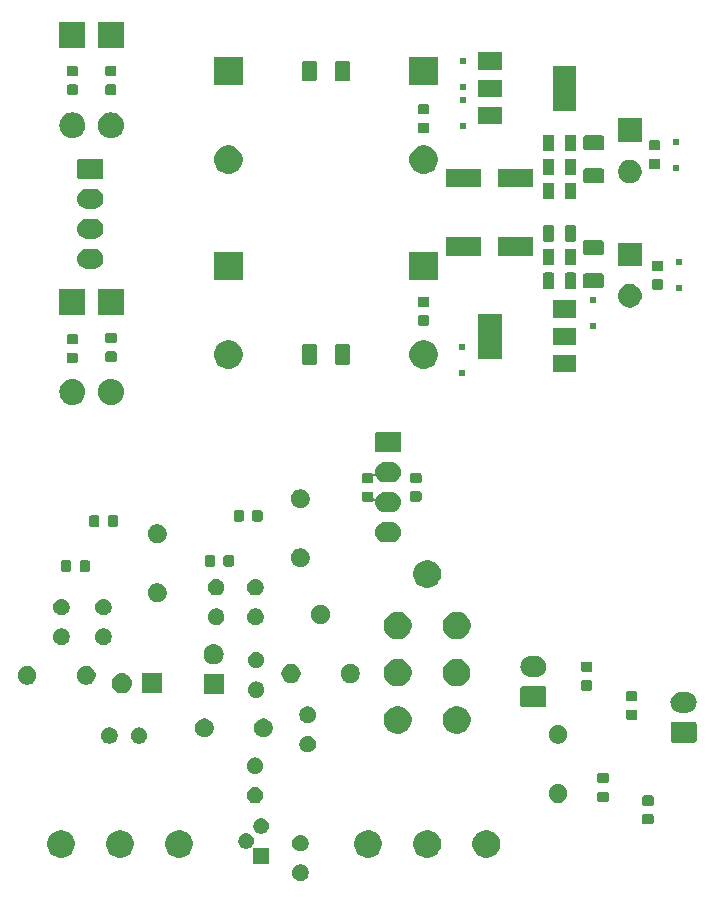
<source format=gbs>
G04 #@! TF.GenerationSoftware,KiCad,Pcbnew,5.0.1-33cea8e~67~ubuntu18.04.1*
G04 #@! TF.CreationDate,2018-10-21T17:35:32+02:00*
G04 #@! TF.ProjectId,CondorCabSim,436F6E646F7243616253696D2E6B6963,rev?*
G04 #@! TF.SameCoordinates,Original*
G04 #@! TF.FileFunction,Soldermask,Bot*
G04 #@! TF.FilePolarity,Negative*
%FSLAX46Y46*%
G04 Gerber Fmt 4.6, Leading zero omitted, Abs format (unit mm)*
G04 Created by KiCad (PCBNEW 5.0.1-33cea8e~67~ubuntu18.04.1) date Sun 21 Oct 2018 05:35:32 PM CEST*
%MOMM*%
%LPD*%
G01*
G04 APERTURE LIST*
%ADD10C,0.100000*%
G04 APERTURE END LIST*
D10*
G36*
X152629583Y-116065300D02*
X152756974Y-116118068D01*
X152871625Y-116194675D01*
X152969125Y-116292175D01*
X153045732Y-116406826D01*
X153098500Y-116534217D01*
X153125400Y-116669455D01*
X153125400Y-116807345D01*
X153098500Y-116942583D01*
X153045732Y-117069974D01*
X152969125Y-117184625D01*
X152871625Y-117282125D01*
X152756974Y-117358732D01*
X152629583Y-117411500D01*
X152494345Y-117438400D01*
X152356455Y-117438400D01*
X152221217Y-117411500D01*
X152093826Y-117358732D01*
X151979175Y-117282125D01*
X151881675Y-117184625D01*
X151805068Y-117069974D01*
X151752300Y-116942583D01*
X151725400Y-116807345D01*
X151725400Y-116669455D01*
X151752300Y-116534217D01*
X151805068Y-116406826D01*
X151881675Y-116292175D01*
X151979175Y-116194675D01*
X152093826Y-116118068D01*
X152221217Y-116065300D01*
X152356455Y-116038400D01*
X152494345Y-116038400D01*
X152629583Y-116065300D01*
X152629583Y-116065300D01*
G37*
G36*
X149748000Y-115966000D02*
X148448000Y-115966000D01*
X148448000Y-114666000D01*
X149748000Y-114666000D01*
X149748000Y-115966000D01*
X149748000Y-115966000D01*
G37*
G36*
X168501274Y-113174962D02*
X168714204Y-113263160D01*
X168905833Y-113391203D01*
X169068797Y-113554167D01*
X169196840Y-113745796D01*
X169285038Y-113958726D01*
X169330000Y-114184764D01*
X169330000Y-114415236D01*
X169285038Y-114641274D01*
X169196840Y-114854204D01*
X169068797Y-115045833D01*
X168905833Y-115208797D01*
X168714204Y-115336840D01*
X168501274Y-115425038D01*
X168275236Y-115470000D01*
X168044764Y-115470000D01*
X167818726Y-115425038D01*
X167605796Y-115336840D01*
X167414167Y-115208797D01*
X167251203Y-115045833D01*
X167123160Y-114854204D01*
X167034962Y-114641274D01*
X166990000Y-114415236D01*
X166990000Y-114184764D01*
X167034962Y-113958726D01*
X167123160Y-113745796D01*
X167251203Y-113554167D01*
X167414167Y-113391203D01*
X167605796Y-113263160D01*
X167818726Y-113174962D01*
X168044764Y-113130000D01*
X168275236Y-113130000D01*
X168501274Y-113174962D01*
X168501274Y-113174962D01*
G37*
G36*
X142501274Y-113174962D02*
X142714204Y-113263160D01*
X142905833Y-113391203D01*
X143068797Y-113554167D01*
X143196840Y-113745796D01*
X143285038Y-113958726D01*
X143330000Y-114184764D01*
X143330000Y-114415236D01*
X143285038Y-114641274D01*
X143196840Y-114854204D01*
X143068797Y-115045833D01*
X142905833Y-115208797D01*
X142714204Y-115336840D01*
X142501274Y-115425038D01*
X142275236Y-115470000D01*
X142044764Y-115470000D01*
X141818726Y-115425038D01*
X141605796Y-115336840D01*
X141414167Y-115208797D01*
X141251203Y-115045833D01*
X141123160Y-114854204D01*
X141034962Y-114641274D01*
X140990000Y-114415236D01*
X140990000Y-114184764D01*
X141034962Y-113958726D01*
X141123160Y-113745796D01*
X141251203Y-113554167D01*
X141414167Y-113391203D01*
X141605796Y-113263160D01*
X141818726Y-113174962D01*
X142044764Y-113130000D01*
X142275236Y-113130000D01*
X142501274Y-113174962D01*
X142501274Y-113174962D01*
G37*
G36*
X158501274Y-113174962D02*
X158714204Y-113263160D01*
X158905833Y-113391203D01*
X159068797Y-113554167D01*
X159196840Y-113745796D01*
X159285038Y-113958726D01*
X159330000Y-114184764D01*
X159330000Y-114415236D01*
X159285038Y-114641274D01*
X159196840Y-114854204D01*
X159068797Y-115045833D01*
X158905833Y-115208797D01*
X158714204Y-115336840D01*
X158501274Y-115425038D01*
X158275236Y-115470000D01*
X158044764Y-115470000D01*
X157818726Y-115425038D01*
X157605796Y-115336840D01*
X157414167Y-115208797D01*
X157251203Y-115045833D01*
X157123160Y-114854204D01*
X157034962Y-114641274D01*
X156990000Y-114415236D01*
X156990000Y-114184764D01*
X157034962Y-113958726D01*
X157123160Y-113745796D01*
X157251203Y-113554167D01*
X157414167Y-113391203D01*
X157605796Y-113263160D01*
X157818726Y-113174962D01*
X158044764Y-113130000D01*
X158275236Y-113130000D01*
X158501274Y-113174962D01*
X158501274Y-113174962D01*
G37*
G36*
X163501274Y-113174962D02*
X163714204Y-113263160D01*
X163905833Y-113391203D01*
X164068797Y-113554167D01*
X164196840Y-113745796D01*
X164285038Y-113958726D01*
X164330000Y-114184764D01*
X164330000Y-114415236D01*
X164285038Y-114641274D01*
X164196840Y-114854204D01*
X164068797Y-115045833D01*
X163905833Y-115208797D01*
X163714204Y-115336840D01*
X163501274Y-115425038D01*
X163275236Y-115470000D01*
X163044764Y-115470000D01*
X162818726Y-115425038D01*
X162605796Y-115336840D01*
X162414167Y-115208797D01*
X162251203Y-115045833D01*
X162123160Y-114854204D01*
X162034962Y-114641274D01*
X161990000Y-114415236D01*
X161990000Y-114184764D01*
X162034962Y-113958726D01*
X162123160Y-113745796D01*
X162251203Y-113554167D01*
X162414167Y-113391203D01*
X162605796Y-113263160D01*
X162818726Y-113174962D01*
X163044764Y-113130000D01*
X163275236Y-113130000D01*
X163501274Y-113174962D01*
X163501274Y-113174962D01*
G37*
G36*
X132501274Y-113174962D02*
X132714204Y-113263160D01*
X132905833Y-113391203D01*
X133068797Y-113554167D01*
X133196840Y-113745796D01*
X133285038Y-113958726D01*
X133330000Y-114184764D01*
X133330000Y-114415236D01*
X133285038Y-114641274D01*
X133196840Y-114854204D01*
X133068797Y-115045833D01*
X132905833Y-115208797D01*
X132714204Y-115336840D01*
X132501274Y-115425038D01*
X132275236Y-115470000D01*
X132044764Y-115470000D01*
X131818726Y-115425038D01*
X131605796Y-115336840D01*
X131414167Y-115208797D01*
X131251203Y-115045833D01*
X131123160Y-114854204D01*
X131034962Y-114641274D01*
X130990000Y-114415236D01*
X130990000Y-114184764D01*
X131034962Y-113958726D01*
X131123160Y-113745796D01*
X131251203Y-113554167D01*
X131414167Y-113391203D01*
X131605796Y-113263160D01*
X131818726Y-113174962D01*
X132044764Y-113130000D01*
X132275236Y-113130000D01*
X132501274Y-113174962D01*
X132501274Y-113174962D01*
G37*
G36*
X137501274Y-113174962D02*
X137714204Y-113263160D01*
X137905833Y-113391203D01*
X138068797Y-113554167D01*
X138196840Y-113745796D01*
X138285038Y-113958726D01*
X138330000Y-114184764D01*
X138330000Y-114415236D01*
X138285038Y-114641274D01*
X138196840Y-114854204D01*
X138068797Y-115045833D01*
X137905833Y-115208797D01*
X137714204Y-115336840D01*
X137501274Y-115425038D01*
X137275236Y-115470000D01*
X137044764Y-115470000D01*
X136818726Y-115425038D01*
X136605796Y-115336840D01*
X136414167Y-115208797D01*
X136251203Y-115045833D01*
X136123160Y-114854204D01*
X136034962Y-114641274D01*
X135990000Y-114415236D01*
X135990000Y-114184764D01*
X136034962Y-113958726D01*
X136123160Y-113745796D01*
X136251203Y-113554167D01*
X136414167Y-113391203D01*
X136605796Y-113263160D01*
X136818726Y-113174962D01*
X137044764Y-113130000D01*
X137275236Y-113130000D01*
X137501274Y-113174962D01*
X137501274Y-113174962D01*
G37*
G36*
X152629583Y-113565300D02*
X152756974Y-113618068D01*
X152777300Y-113631649D01*
X152871625Y-113694675D01*
X152969125Y-113792175D01*
X153045732Y-113906826D01*
X153098500Y-114034217D01*
X153125400Y-114169455D01*
X153125400Y-114307345D01*
X153098500Y-114442583D01*
X153045732Y-114569974D01*
X152969125Y-114684625D01*
X152871625Y-114782125D01*
X152756974Y-114858732D01*
X152629583Y-114911500D01*
X152494345Y-114938400D01*
X152356455Y-114938400D01*
X152221217Y-114911500D01*
X152093826Y-114858732D01*
X151979175Y-114782125D01*
X151881675Y-114684625D01*
X151805068Y-114569974D01*
X151752300Y-114442583D01*
X151725400Y-114307345D01*
X151725400Y-114169455D01*
X151752300Y-114034217D01*
X151805068Y-113906826D01*
X151881675Y-113792175D01*
X151979175Y-113694675D01*
X152073501Y-113631649D01*
X152093826Y-113618068D01*
X152221217Y-113565300D01*
X152356455Y-113538400D01*
X152494345Y-113538400D01*
X152629583Y-113565300D01*
X152629583Y-113565300D01*
G37*
G36*
X147975738Y-113412653D02*
X148017598Y-113420979D01*
X148052245Y-113435330D01*
X148135890Y-113469977D01*
X148242354Y-113541114D01*
X148332886Y-113631646D01*
X148404023Y-113738110D01*
X148453021Y-113856403D01*
X148478000Y-113981979D01*
X148478000Y-114110021D01*
X148453021Y-114235597D01*
X148404023Y-114353890D01*
X148326807Y-114469453D01*
X148325082Y-114471554D01*
X148313531Y-114493165D01*
X148306418Y-114516614D01*
X148305718Y-114523718D01*
X148298614Y-114524418D01*
X148275165Y-114531531D01*
X148253554Y-114543082D01*
X148251453Y-114544807D01*
X148135890Y-114622023D01*
X148052245Y-114656670D01*
X148017598Y-114671021D01*
X147975738Y-114679347D01*
X147892021Y-114696000D01*
X147763979Y-114696000D01*
X147680262Y-114679347D01*
X147638402Y-114671021D01*
X147603755Y-114656670D01*
X147520110Y-114622023D01*
X147413646Y-114550886D01*
X147323114Y-114460354D01*
X147251977Y-114353890D01*
X147202979Y-114235597D01*
X147178000Y-114110021D01*
X147178000Y-113981979D01*
X147202979Y-113856403D01*
X147251977Y-113738110D01*
X147323114Y-113631646D01*
X147413646Y-113541114D01*
X147520110Y-113469977D01*
X147603755Y-113435330D01*
X147638402Y-113420979D01*
X147680262Y-113412653D01*
X147763979Y-113396000D01*
X147892021Y-113396000D01*
X147975738Y-113412653D01*
X147975738Y-113412653D01*
G37*
G36*
X149245738Y-112142653D02*
X149287598Y-112150979D01*
X149322245Y-112165330D01*
X149405890Y-112199977D01*
X149512354Y-112271114D01*
X149602886Y-112361646D01*
X149674023Y-112468110D01*
X149723021Y-112586403D01*
X149748000Y-112711979D01*
X149748000Y-112840021D01*
X149723021Y-112965597D01*
X149674023Y-113083890D01*
X149602886Y-113190354D01*
X149512354Y-113280886D01*
X149405890Y-113352023D01*
X149322245Y-113386670D01*
X149287598Y-113401021D01*
X149245738Y-113409347D01*
X149162021Y-113426000D01*
X149033979Y-113426000D01*
X148950262Y-113409347D01*
X148908402Y-113401021D01*
X148873755Y-113386670D01*
X148790110Y-113352023D01*
X148683646Y-113280886D01*
X148593114Y-113190354D01*
X148521977Y-113083890D01*
X148472979Y-112965597D01*
X148448000Y-112840021D01*
X148448000Y-112711979D01*
X148472979Y-112586403D01*
X148521977Y-112468110D01*
X148593114Y-112361646D01*
X148683646Y-112271114D01*
X148790110Y-112199977D01*
X148873755Y-112165330D01*
X148908402Y-112150979D01*
X148950262Y-112142653D01*
X149033979Y-112126000D01*
X149162021Y-112126000D01*
X149245738Y-112142653D01*
X149245738Y-112142653D01*
G37*
G36*
X182198885Y-111779329D02*
X182228082Y-111788186D01*
X182254987Y-111802567D01*
X182278577Y-111821926D01*
X182297936Y-111845516D01*
X182312317Y-111872421D01*
X182321174Y-111901618D01*
X182324769Y-111938124D01*
X182324769Y-112488344D01*
X182321174Y-112524850D01*
X182312317Y-112554047D01*
X182297936Y-112580952D01*
X182278577Y-112604542D01*
X182254987Y-112623901D01*
X182228082Y-112638282D01*
X182198885Y-112647139D01*
X182162379Y-112650734D01*
X181537159Y-112650734D01*
X181500653Y-112647139D01*
X181471456Y-112638282D01*
X181444551Y-112623901D01*
X181420961Y-112604542D01*
X181401602Y-112580952D01*
X181387221Y-112554047D01*
X181378364Y-112524850D01*
X181374769Y-112488344D01*
X181374769Y-111938124D01*
X181378364Y-111901618D01*
X181387221Y-111872421D01*
X181401602Y-111845516D01*
X181420961Y-111821926D01*
X181444551Y-111802567D01*
X181471456Y-111788186D01*
X181500653Y-111779329D01*
X181537159Y-111775734D01*
X182162379Y-111775734D01*
X182198885Y-111779329D01*
X182198885Y-111779329D01*
G37*
G36*
X182198885Y-110204329D02*
X182228082Y-110213186D01*
X182254987Y-110227567D01*
X182278577Y-110246926D01*
X182297936Y-110270516D01*
X182312317Y-110297421D01*
X182321174Y-110326618D01*
X182324769Y-110363124D01*
X182324769Y-110913344D01*
X182321174Y-110949850D01*
X182312317Y-110979047D01*
X182297936Y-111005952D01*
X182278577Y-111029542D01*
X182254987Y-111048901D01*
X182228082Y-111063282D01*
X182198885Y-111072139D01*
X182162379Y-111075734D01*
X181537159Y-111075734D01*
X181500653Y-111072139D01*
X181471456Y-111063282D01*
X181444551Y-111048901D01*
X181420961Y-111029542D01*
X181401602Y-111005952D01*
X181387221Y-110979047D01*
X181378364Y-110949850D01*
X181374769Y-110913344D01*
X181374769Y-110363124D01*
X181378364Y-110326618D01*
X181387221Y-110297421D01*
X181401602Y-110270516D01*
X181420961Y-110246926D01*
X181444551Y-110227567D01*
X181471456Y-110213186D01*
X181500653Y-110204329D01*
X181537159Y-110200734D01*
X182162379Y-110200734D01*
X182198885Y-110204329D01*
X182198885Y-110204329D01*
G37*
G36*
X148789103Y-109507020D02*
X148916494Y-109559788D01*
X149031145Y-109636395D01*
X149128645Y-109733895D01*
X149205252Y-109848546D01*
X149258020Y-109975937D01*
X149284920Y-110111175D01*
X149284920Y-110249065D01*
X149258020Y-110384303D01*
X149205252Y-110511694D01*
X149128646Y-110626344D01*
X149031144Y-110723846D01*
X149003766Y-110742139D01*
X148916494Y-110800452D01*
X148789103Y-110853220D01*
X148653865Y-110880120D01*
X148515975Y-110880120D01*
X148380737Y-110853220D01*
X148253346Y-110800452D01*
X148166074Y-110742139D01*
X148138696Y-110723846D01*
X148041194Y-110626344D01*
X147964588Y-110511694D01*
X147911820Y-110384303D01*
X147884920Y-110249065D01*
X147884920Y-110111175D01*
X147911820Y-109975937D01*
X147964588Y-109848546D01*
X148041195Y-109733895D01*
X148138695Y-109636395D01*
X148253346Y-109559788D01*
X148380737Y-109507020D01*
X148515975Y-109480120D01*
X148653865Y-109480120D01*
X148789103Y-109507020D01*
X148789103Y-109507020D01*
G37*
G36*
X174464652Y-109263543D02*
X174610241Y-109323848D01*
X174741273Y-109411401D01*
X174852699Y-109522827D01*
X174940252Y-109653859D01*
X175000557Y-109799448D01*
X175031300Y-109954005D01*
X175031300Y-110111595D01*
X175000557Y-110266152D01*
X174940252Y-110411741D01*
X174852699Y-110542773D01*
X174741273Y-110654199D01*
X174610241Y-110741752D01*
X174464652Y-110802057D01*
X174310095Y-110832800D01*
X174152505Y-110832800D01*
X173997948Y-110802057D01*
X173852359Y-110741752D01*
X173721327Y-110654199D01*
X173609901Y-110542773D01*
X173522348Y-110411741D01*
X173462043Y-110266152D01*
X173431300Y-110111595D01*
X173431300Y-109954005D01*
X173462043Y-109799448D01*
X173522348Y-109653859D01*
X173609901Y-109522827D01*
X173721327Y-109411401D01*
X173852359Y-109323848D01*
X173997948Y-109263543D01*
X174152505Y-109232800D01*
X174310095Y-109232800D01*
X174464652Y-109263543D01*
X174464652Y-109263543D01*
G37*
G36*
X178388885Y-109874329D02*
X178418082Y-109883186D01*
X178444987Y-109897567D01*
X178468577Y-109916926D01*
X178487936Y-109940516D01*
X178502317Y-109967421D01*
X178511174Y-109996618D01*
X178514769Y-110033124D01*
X178514769Y-110583344D01*
X178511174Y-110619850D01*
X178502317Y-110649047D01*
X178487936Y-110675952D01*
X178468577Y-110699542D01*
X178444987Y-110718901D01*
X178418082Y-110733282D01*
X178388885Y-110742139D01*
X178352379Y-110745734D01*
X177727159Y-110745734D01*
X177690653Y-110742139D01*
X177661456Y-110733282D01*
X177634551Y-110718901D01*
X177610961Y-110699542D01*
X177591602Y-110675952D01*
X177577221Y-110649047D01*
X177568364Y-110619850D01*
X177564769Y-110583344D01*
X177564769Y-110033124D01*
X177568364Y-109996618D01*
X177577221Y-109967421D01*
X177591602Y-109940516D01*
X177610961Y-109916926D01*
X177634551Y-109897567D01*
X177661456Y-109883186D01*
X177690653Y-109874329D01*
X177727159Y-109870734D01*
X178352379Y-109870734D01*
X178388885Y-109874329D01*
X178388885Y-109874329D01*
G37*
G36*
X178388885Y-108299329D02*
X178418082Y-108308186D01*
X178444987Y-108322567D01*
X178468577Y-108341926D01*
X178487936Y-108365516D01*
X178502317Y-108392421D01*
X178511174Y-108421618D01*
X178514769Y-108458124D01*
X178514769Y-109008344D01*
X178511174Y-109044850D01*
X178502317Y-109074047D01*
X178487936Y-109100952D01*
X178468577Y-109124542D01*
X178444987Y-109143901D01*
X178418082Y-109158282D01*
X178388885Y-109167139D01*
X178352379Y-109170734D01*
X177727159Y-109170734D01*
X177690653Y-109167139D01*
X177661456Y-109158282D01*
X177634551Y-109143901D01*
X177610961Y-109124542D01*
X177591602Y-109100952D01*
X177577221Y-109074047D01*
X177568364Y-109044850D01*
X177564769Y-109008344D01*
X177564769Y-108458124D01*
X177568364Y-108421618D01*
X177577221Y-108392421D01*
X177591602Y-108365516D01*
X177610961Y-108341926D01*
X177634551Y-108322567D01*
X177661456Y-108308186D01*
X177690653Y-108299329D01*
X177727159Y-108295734D01*
X178352379Y-108295734D01*
X178388885Y-108299329D01*
X178388885Y-108299329D01*
G37*
G36*
X148789103Y-107007020D02*
X148916494Y-107059788D01*
X149031145Y-107136395D01*
X149128645Y-107233895D01*
X149205252Y-107348546D01*
X149258020Y-107475937D01*
X149284920Y-107611175D01*
X149284920Y-107749065D01*
X149258020Y-107884303D01*
X149205252Y-108011694D01*
X149128645Y-108126345D01*
X149031145Y-108223845D01*
X148916494Y-108300452D01*
X148789103Y-108353220D01*
X148653865Y-108380120D01*
X148515975Y-108380120D01*
X148380737Y-108353220D01*
X148253346Y-108300452D01*
X148138695Y-108223845D01*
X148041195Y-108126345D01*
X147964588Y-108011694D01*
X147911820Y-107884303D01*
X147884920Y-107749065D01*
X147884920Y-107611175D01*
X147911820Y-107475937D01*
X147964588Y-107348546D01*
X148041195Y-107233895D01*
X148138695Y-107136395D01*
X148253346Y-107059788D01*
X148380737Y-107007020D01*
X148515975Y-106980120D01*
X148653865Y-106980120D01*
X148789103Y-107007020D01*
X148789103Y-107007020D01*
G37*
G36*
X153239183Y-105184580D02*
X153366574Y-105237348D01*
X153409683Y-105266152D01*
X153481225Y-105313955D01*
X153578725Y-105411455D01*
X153655332Y-105526106D01*
X153708100Y-105653497D01*
X153735000Y-105788735D01*
X153735000Y-105926625D01*
X153708100Y-106061863D01*
X153655332Y-106189254D01*
X153578725Y-106303905D01*
X153481225Y-106401405D01*
X153366574Y-106478012D01*
X153239183Y-106530780D01*
X153103945Y-106557680D01*
X152966055Y-106557680D01*
X152830817Y-106530780D01*
X152703426Y-106478012D01*
X152588775Y-106401405D01*
X152491275Y-106303905D01*
X152414668Y-106189254D01*
X152361900Y-106061863D01*
X152335000Y-105926625D01*
X152335000Y-105788735D01*
X152361900Y-105653497D01*
X152414668Y-105526106D01*
X152491275Y-105411455D01*
X152588775Y-105313955D01*
X152660318Y-105266152D01*
X152703426Y-105237348D01*
X152830817Y-105184580D01*
X152966055Y-105157680D01*
X153103945Y-105157680D01*
X153239183Y-105184580D01*
X153239183Y-105184580D01*
G37*
G36*
X174464652Y-104263543D02*
X174610241Y-104323848D01*
X174741273Y-104411401D01*
X174852699Y-104522827D01*
X174940252Y-104653859D01*
X175000557Y-104799448D01*
X175031300Y-104954005D01*
X175031300Y-105111595D01*
X175000557Y-105266152D01*
X174940252Y-105411741D01*
X174852699Y-105542773D01*
X174741273Y-105654199D01*
X174610241Y-105741752D01*
X174464652Y-105802057D01*
X174310095Y-105832800D01*
X174152505Y-105832800D01*
X173997948Y-105802057D01*
X173852359Y-105741752D01*
X173721327Y-105654199D01*
X173609901Y-105542773D01*
X173522348Y-105411741D01*
X173462043Y-105266152D01*
X173431300Y-105111595D01*
X173431300Y-104954005D01*
X173462043Y-104799448D01*
X173522348Y-104653859D01*
X173609901Y-104522827D01*
X173721327Y-104411401D01*
X173852359Y-104323848D01*
X173997948Y-104263543D01*
X174152505Y-104232800D01*
X174310095Y-104232800D01*
X174464652Y-104263543D01*
X174464652Y-104263543D01*
G37*
G36*
X138959303Y-104452420D02*
X139086694Y-104505188D01*
X139175065Y-104564235D01*
X139201345Y-104581795D01*
X139298845Y-104679295D01*
X139375452Y-104793946D01*
X139428220Y-104921337D01*
X139455120Y-105056575D01*
X139455120Y-105194465D01*
X139428220Y-105329703D01*
X139375452Y-105457094D01*
X139298846Y-105571744D01*
X139201344Y-105669246D01*
X139092832Y-105741751D01*
X139086694Y-105745852D01*
X138959303Y-105798620D01*
X138824065Y-105825520D01*
X138686175Y-105825520D01*
X138550937Y-105798620D01*
X138423546Y-105745852D01*
X138417408Y-105741751D01*
X138308896Y-105669246D01*
X138211394Y-105571744D01*
X138134788Y-105457094D01*
X138082020Y-105329703D01*
X138055120Y-105194465D01*
X138055120Y-105056575D01*
X138082020Y-104921337D01*
X138134788Y-104793946D01*
X138211395Y-104679295D01*
X138308895Y-104581795D01*
X138335176Y-104564235D01*
X138423546Y-104505188D01*
X138550937Y-104452420D01*
X138686175Y-104425520D01*
X138824065Y-104425520D01*
X138959303Y-104452420D01*
X138959303Y-104452420D01*
G37*
G36*
X136459303Y-104452420D02*
X136586694Y-104505188D01*
X136675065Y-104564235D01*
X136701345Y-104581795D01*
X136798845Y-104679295D01*
X136875452Y-104793946D01*
X136928220Y-104921337D01*
X136955120Y-105056575D01*
X136955120Y-105194465D01*
X136928220Y-105329703D01*
X136875452Y-105457094D01*
X136798846Y-105571744D01*
X136701344Y-105669246D01*
X136592832Y-105741751D01*
X136586694Y-105745852D01*
X136459303Y-105798620D01*
X136324065Y-105825520D01*
X136186175Y-105825520D01*
X136050937Y-105798620D01*
X135923546Y-105745852D01*
X135917408Y-105741751D01*
X135808896Y-105669246D01*
X135711394Y-105571744D01*
X135634788Y-105457094D01*
X135582020Y-105329703D01*
X135555120Y-105194465D01*
X135555120Y-105056575D01*
X135582020Y-104921337D01*
X135634788Y-104793946D01*
X135711395Y-104679295D01*
X135808895Y-104581795D01*
X135835176Y-104564235D01*
X135923546Y-104505188D01*
X136050937Y-104452420D01*
X136186175Y-104425520D01*
X136324065Y-104425520D01*
X136459303Y-104452420D01*
X136459303Y-104452420D01*
G37*
G36*
X185831555Y-103984885D02*
X185861631Y-103994008D01*
X185889345Y-104008822D01*
X185913640Y-104028760D01*
X185933578Y-104053055D01*
X185948392Y-104080769D01*
X185957515Y-104110845D01*
X185961200Y-104148259D01*
X185961200Y-105554141D01*
X185957515Y-105591555D01*
X185948392Y-105621631D01*
X185933578Y-105649345D01*
X185913640Y-105673640D01*
X185889345Y-105693578D01*
X185861631Y-105708392D01*
X185831555Y-105717515D01*
X185794141Y-105721200D01*
X183928259Y-105721200D01*
X183890845Y-105717515D01*
X183860769Y-105708392D01*
X183833055Y-105693578D01*
X183808760Y-105673640D01*
X183788822Y-105649345D01*
X183774008Y-105621631D01*
X183764885Y-105591555D01*
X183761200Y-105554141D01*
X183761200Y-104148259D01*
X183764885Y-104110845D01*
X183774008Y-104080769D01*
X183788822Y-104053055D01*
X183808760Y-104028760D01*
X183833055Y-104008822D01*
X183860769Y-103994008D01*
X183890845Y-103984885D01*
X183928259Y-103981200D01*
X185794141Y-103981200D01*
X185831555Y-103984885D01*
X185831555Y-103984885D01*
G37*
G36*
X144519312Y-103716183D02*
X144664901Y-103776488D01*
X144795933Y-103864041D01*
X144907359Y-103975467D01*
X144994912Y-104106499D01*
X145055217Y-104252088D01*
X145085960Y-104406645D01*
X145085960Y-104564235D01*
X145055217Y-104718792D01*
X144994912Y-104864381D01*
X144907359Y-104995413D01*
X144795933Y-105106839D01*
X144664901Y-105194392D01*
X144519312Y-105254697D01*
X144364755Y-105285440D01*
X144207165Y-105285440D01*
X144052608Y-105254697D01*
X143907019Y-105194392D01*
X143775987Y-105106839D01*
X143664561Y-104995413D01*
X143577008Y-104864381D01*
X143516703Y-104718792D01*
X143485960Y-104564235D01*
X143485960Y-104406645D01*
X143516703Y-104252088D01*
X143577008Y-104106499D01*
X143664561Y-103975467D01*
X143775987Y-103864041D01*
X143907019Y-103776488D01*
X144052608Y-103716183D01*
X144207165Y-103685440D01*
X144364755Y-103685440D01*
X144519312Y-103716183D01*
X144519312Y-103716183D01*
G37*
G36*
X149519312Y-103716183D02*
X149664901Y-103776488D01*
X149795933Y-103864041D01*
X149907359Y-103975467D01*
X149994912Y-104106499D01*
X150055217Y-104252088D01*
X150085960Y-104406645D01*
X150085960Y-104564235D01*
X150055217Y-104718792D01*
X149994912Y-104864381D01*
X149907359Y-104995413D01*
X149795933Y-105106839D01*
X149664901Y-105194392D01*
X149519312Y-105254697D01*
X149364755Y-105285440D01*
X149207165Y-105285440D01*
X149052608Y-105254697D01*
X148907019Y-105194392D01*
X148775987Y-105106839D01*
X148664561Y-104995413D01*
X148577008Y-104864381D01*
X148516703Y-104718792D01*
X148485960Y-104564235D01*
X148485960Y-104406645D01*
X148516703Y-104252088D01*
X148577008Y-104106499D01*
X148664561Y-103975467D01*
X148775987Y-103864041D01*
X148907019Y-103776488D01*
X149052608Y-103716183D01*
X149207165Y-103685440D01*
X149364755Y-103685440D01*
X149519312Y-103716183D01*
X149519312Y-103716183D01*
G37*
G36*
X166001274Y-102674962D02*
X166214204Y-102763160D01*
X166405833Y-102891203D01*
X166568797Y-103054167D01*
X166696840Y-103245796D01*
X166785038Y-103458726D01*
X166830000Y-103684764D01*
X166830000Y-103915236D01*
X166785038Y-104141274D01*
X166696840Y-104354204D01*
X166568797Y-104545833D01*
X166405833Y-104708797D01*
X166214204Y-104836840D01*
X166001274Y-104925038D01*
X165775236Y-104970000D01*
X165544764Y-104970000D01*
X165318726Y-104925038D01*
X165105796Y-104836840D01*
X164914167Y-104708797D01*
X164751203Y-104545833D01*
X164623160Y-104354204D01*
X164534962Y-104141274D01*
X164490000Y-103915236D01*
X164490000Y-103684764D01*
X164534962Y-103458726D01*
X164623160Y-103245796D01*
X164751203Y-103054167D01*
X164914167Y-102891203D01*
X165105796Y-102763160D01*
X165318726Y-102674962D01*
X165544764Y-102630000D01*
X165775236Y-102630000D01*
X166001274Y-102674962D01*
X166001274Y-102674962D01*
G37*
G36*
X161001274Y-102674962D02*
X161214204Y-102763160D01*
X161405833Y-102891203D01*
X161568797Y-103054167D01*
X161696840Y-103245796D01*
X161785038Y-103458726D01*
X161830000Y-103684764D01*
X161830000Y-103915236D01*
X161785038Y-104141274D01*
X161696840Y-104354204D01*
X161568797Y-104545833D01*
X161405833Y-104708797D01*
X161214204Y-104836840D01*
X161001274Y-104925038D01*
X160775236Y-104970000D01*
X160544764Y-104970000D01*
X160318726Y-104925038D01*
X160105796Y-104836840D01*
X159914167Y-104708797D01*
X159751203Y-104545833D01*
X159623160Y-104354204D01*
X159534962Y-104141274D01*
X159490000Y-103915236D01*
X159490000Y-103684764D01*
X159534962Y-103458726D01*
X159623160Y-103245796D01*
X159751203Y-103054167D01*
X159914167Y-102891203D01*
X160105796Y-102763160D01*
X160318726Y-102674962D01*
X160544764Y-102630000D01*
X160775236Y-102630000D01*
X161001274Y-102674962D01*
X161001274Y-102674962D01*
G37*
G36*
X153239183Y-102684580D02*
X153366574Y-102737348D01*
X153455680Y-102796886D01*
X153481225Y-102813955D01*
X153578725Y-102911455D01*
X153655332Y-103026106D01*
X153708100Y-103153497D01*
X153735000Y-103288735D01*
X153735000Y-103426625D01*
X153708100Y-103561863D01*
X153658974Y-103680462D01*
X153655332Y-103689254D01*
X153578726Y-103803904D01*
X153481224Y-103901406D01*
X153370383Y-103975467D01*
X153366574Y-103978012D01*
X153239183Y-104030780D01*
X153103945Y-104057680D01*
X152966055Y-104057680D01*
X152830817Y-104030780D01*
X152703426Y-103978012D01*
X152699617Y-103975467D01*
X152588776Y-103901406D01*
X152491274Y-103803904D01*
X152414668Y-103689254D01*
X152411026Y-103680462D01*
X152361900Y-103561863D01*
X152335000Y-103426625D01*
X152335000Y-103288735D01*
X152361900Y-103153497D01*
X152414668Y-103026106D01*
X152491275Y-102911455D01*
X152588775Y-102813955D01*
X152614321Y-102796886D01*
X152703426Y-102737348D01*
X152830817Y-102684580D01*
X152966055Y-102657680D01*
X153103945Y-102657680D01*
X153239183Y-102684580D01*
X153239183Y-102684580D01*
G37*
G36*
X180816116Y-102944095D02*
X180845313Y-102952952D01*
X180872218Y-102967333D01*
X180895808Y-102986692D01*
X180915167Y-103010282D01*
X180929548Y-103037187D01*
X180938405Y-103066384D01*
X180942000Y-103102890D01*
X180942000Y-103653110D01*
X180938405Y-103689616D01*
X180929548Y-103718813D01*
X180915167Y-103745718D01*
X180895808Y-103769308D01*
X180872218Y-103788667D01*
X180845313Y-103803048D01*
X180816116Y-103811905D01*
X180779610Y-103815500D01*
X180154390Y-103815500D01*
X180117884Y-103811905D01*
X180088687Y-103803048D01*
X180061782Y-103788667D01*
X180038192Y-103769308D01*
X180018833Y-103745718D01*
X180004452Y-103718813D01*
X179995595Y-103689616D01*
X179992000Y-103653110D01*
X179992000Y-103102890D01*
X179995595Y-103066384D01*
X180004452Y-103037187D01*
X180018833Y-103010282D01*
X180038192Y-102986692D01*
X180061782Y-102967333D01*
X180088687Y-102952952D01*
X180117884Y-102944095D01*
X180154390Y-102940500D01*
X180779610Y-102940500D01*
X180816116Y-102944095D01*
X180816116Y-102944095D01*
G37*
G36*
X185261746Y-101453788D02*
X185261749Y-101453789D01*
X185261750Y-101453789D01*
X185425745Y-101503536D01*
X185425747Y-101503537D01*
X185576886Y-101584322D01*
X185709359Y-101693041D01*
X185818078Y-101825514D01*
X185878908Y-101939320D01*
X185898864Y-101976655D01*
X185948611Y-102140650D01*
X185948612Y-102140654D01*
X185965409Y-102311200D01*
X185948612Y-102481746D01*
X185948611Y-102481749D01*
X185948611Y-102481750D01*
X185904628Y-102626745D01*
X185898863Y-102645747D01*
X185818078Y-102796886D01*
X185709359Y-102929359D01*
X185576886Y-103038078D01*
X185430029Y-103116574D01*
X185425745Y-103118864D01*
X185261750Y-103168611D01*
X185261749Y-103168611D01*
X185261746Y-103168612D01*
X185133938Y-103181200D01*
X184588462Y-103181200D01*
X184460654Y-103168612D01*
X184460651Y-103168611D01*
X184460650Y-103168611D01*
X184296655Y-103118864D01*
X184292371Y-103116574D01*
X184145514Y-103038078D01*
X184013041Y-102929359D01*
X183904322Y-102796886D01*
X183823537Y-102645747D01*
X183817773Y-102626745D01*
X183773789Y-102481750D01*
X183773789Y-102481749D01*
X183773788Y-102481746D01*
X183756991Y-102311200D01*
X183773788Y-102140654D01*
X183773789Y-102140650D01*
X183823536Y-101976655D01*
X183843492Y-101939320D01*
X183904322Y-101825514D01*
X184013041Y-101693041D01*
X184145514Y-101584322D01*
X184296653Y-101503537D01*
X184296655Y-101503536D01*
X184460650Y-101453789D01*
X184460651Y-101453789D01*
X184460654Y-101453788D01*
X184588462Y-101441200D01*
X185133938Y-101441200D01*
X185261746Y-101453788D01*
X185261746Y-101453788D01*
G37*
G36*
X173118855Y-100962285D02*
X173148931Y-100971408D01*
X173176645Y-100986222D01*
X173200940Y-101006160D01*
X173220878Y-101030455D01*
X173235692Y-101058169D01*
X173244815Y-101088245D01*
X173248500Y-101125659D01*
X173248500Y-102531541D01*
X173244815Y-102568955D01*
X173235692Y-102599031D01*
X173220878Y-102626745D01*
X173200940Y-102651040D01*
X173176645Y-102670978D01*
X173148931Y-102685792D01*
X173118855Y-102694915D01*
X173081441Y-102698600D01*
X171215559Y-102698600D01*
X171178145Y-102694915D01*
X171148069Y-102685792D01*
X171120355Y-102670978D01*
X171096060Y-102651040D01*
X171076122Y-102626745D01*
X171061308Y-102599031D01*
X171052185Y-102568955D01*
X171048500Y-102531541D01*
X171048500Y-101125659D01*
X171052185Y-101088245D01*
X171061308Y-101058169D01*
X171076122Y-101030455D01*
X171096060Y-101006160D01*
X171120355Y-100986222D01*
X171148069Y-100971408D01*
X171178145Y-100962285D01*
X171215559Y-100958600D01*
X173081441Y-100958600D01*
X173118855Y-100962285D01*
X173118855Y-100962285D01*
G37*
G36*
X180816116Y-101369095D02*
X180845313Y-101377952D01*
X180872218Y-101392333D01*
X180895808Y-101411692D01*
X180915167Y-101435282D01*
X180929548Y-101462187D01*
X180938405Y-101491384D01*
X180942000Y-101527890D01*
X180942000Y-102078110D01*
X180938405Y-102114616D01*
X180929548Y-102143813D01*
X180915167Y-102170718D01*
X180895808Y-102194308D01*
X180872218Y-102213667D01*
X180845313Y-102228048D01*
X180816116Y-102236905D01*
X180779610Y-102240500D01*
X180154390Y-102240500D01*
X180117884Y-102236905D01*
X180088687Y-102228048D01*
X180061782Y-102213667D01*
X180038192Y-102194308D01*
X180018833Y-102170718D01*
X180004452Y-102143813D01*
X179995595Y-102114616D01*
X179992000Y-102078110D01*
X179992000Y-101527890D01*
X179995595Y-101491384D01*
X180004452Y-101462187D01*
X180018833Y-101435282D01*
X180038192Y-101411692D01*
X180061782Y-101392333D01*
X180088687Y-101377952D01*
X180117884Y-101369095D01*
X180154390Y-101365500D01*
X180779610Y-101365500D01*
X180816116Y-101369095D01*
X180816116Y-101369095D01*
G37*
G36*
X148875463Y-100566220D02*
X149002854Y-100618988D01*
X149117504Y-100695594D01*
X149215006Y-100793096D01*
X149264700Y-100867469D01*
X149291612Y-100907746D01*
X149344380Y-101035137D01*
X149371280Y-101170375D01*
X149371280Y-101308265D01*
X149344380Y-101443503D01*
X149305013Y-101538541D01*
X149291612Y-101570894D01*
X149215006Y-101685544D01*
X149117504Y-101783046D01*
X149002854Y-101859652D01*
X148875463Y-101912420D01*
X148740225Y-101939320D01*
X148602335Y-101939320D01*
X148467097Y-101912420D01*
X148339706Y-101859652D01*
X148225056Y-101783046D01*
X148127554Y-101685544D01*
X148050948Y-101570894D01*
X148037547Y-101538541D01*
X147998180Y-101443503D01*
X147971280Y-101308265D01*
X147971280Y-101170375D01*
X147998180Y-101035137D01*
X148050948Y-100907746D01*
X148077860Y-100867469D01*
X148127554Y-100793096D01*
X148225056Y-100695594D01*
X148339706Y-100618988D01*
X148467097Y-100566220D01*
X148602335Y-100539320D01*
X148740225Y-100539320D01*
X148875463Y-100566220D01*
X148875463Y-100566220D01*
G37*
G36*
X145924640Y-101632120D02*
X144224640Y-101632120D01*
X144224640Y-99932120D01*
X145924640Y-99932120D01*
X145924640Y-101632120D01*
X145924640Y-101632120D01*
G37*
G36*
X140687160Y-101550840D02*
X138987160Y-101550840D01*
X138987160Y-99850840D01*
X140687160Y-99850840D01*
X140687160Y-101550840D01*
X140687160Y-101550840D01*
G37*
G36*
X137463790Y-99863139D02*
X137624015Y-99911743D01*
X137771680Y-99990671D01*
X137901109Y-100096891D01*
X138007329Y-100226320D01*
X138086257Y-100373985D01*
X138134861Y-100534210D01*
X138151272Y-100700840D01*
X138134861Y-100867470D01*
X138086257Y-101027695D01*
X138007329Y-101175360D01*
X137901109Y-101304789D01*
X137771680Y-101411009D01*
X137624015Y-101489937D01*
X137463790Y-101538541D01*
X137338912Y-101550840D01*
X137255408Y-101550840D01*
X137130530Y-101538541D01*
X136970305Y-101489937D01*
X136822640Y-101411009D01*
X136693211Y-101304789D01*
X136586991Y-101175360D01*
X136508063Y-101027695D01*
X136459459Y-100867470D01*
X136443048Y-100700840D01*
X136459459Y-100534210D01*
X136508063Y-100373985D01*
X136586991Y-100226320D01*
X136693211Y-100096891D01*
X136822640Y-99990671D01*
X136970305Y-99911743D01*
X137130530Y-99863139D01*
X137255408Y-99850840D01*
X137338912Y-99850840D01*
X137463790Y-99863139D01*
X137463790Y-99863139D01*
G37*
G36*
X177006116Y-100455095D02*
X177035313Y-100463952D01*
X177062218Y-100478333D01*
X177085808Y-100497692D01*
X177105167Y-100521282D01*
X177119548Y-100548187D01*
X177128405Y-100577384D01*
X177132000Y-100613890D01*
X177132000Y-101164110D01*
X177128405Y-101200616D01*
X177119548Y-101229813D01*
X177105167Y-101256718D01*
X177085808Y-101280308D01*
X177062218Y-101299667D01*
X177035313Y-101314048D01*
X177006116Y-101322905D01*
X176969610Y-101326500D01*
X176344390Y-101326500D01*
X176307884Y-101322905D01*
X176278687Y-101314048D01*
X176251782Y-101299667D01*
X176228192Y-101280308D01*
X176208833Y-101256718D01*
X176194452Y-101229813D01*
X176185595Y-101200616D01*
X176182000Y-101164110D01*
X176182000Y-100613890D01*
X176185595Y-100577384D01*
X176194452Y-100548187D01*
X176208833Y-100521282D01*
X176228192Y-100497692D01*
X176251782Y-100478333D01*
X176278687Y-100463952D01*
X176307884Y-100455095D01*
X176344390Y-100451500D01*
X176969610Y-100451500D01*
X177006116Y-100455095D01*
X177006116Y-100455095D01*
G37*
G36*
X165991274Y-98674962D02*
X166204204Y-98763160D01*
X166395833Y-98891203D01*
X166558797Y-99054167D01*
X166686840Y-99245796D01*
X166775038Y-99458726D01*
X166820000Y-99684764D01*
X166820000Y-99915236D01*
X166775038Y-100141274D01*
X166686840Y-100354204D01*
X166558797Y-100545833D01*
X166395833Y-100708797D01*
X166204204Y-100836840D01*
X165991274Y-100925038D01*
X165765236Y-100970000D01*
X165534764Y-100970000D01*
X165308726Y-100925038D01*
X165095796Y-100836840D01*
X164904167Y-100708797D01*
X164741203Y-100545833D01*
X164613160Y-100354204D01*
X164524962Y-100141274D01*
X164480000Y-99915236D01*
X164480000Y-99684764D01*
X164524962Y-99458726D01*
X164613160Y-99245796D01*
X164741203Y-99054167D01*
X164904167Y-98891203D01*
X165095796Y-98763160D01*
X165308726Y-98674962D01*
X165534764Y-98630000D01*
X165765236Y-98630000D01*
X165991274Y-98674962D01*
X165991274Y-98674962D01*
G37*
G36*
X161001274Y-98664962D02*
X161214204Y-98753160D01*
X161405833Y-98881203D01*
X161568797Y-99044167D01*
X161696840Y-99235796D01*
X161785038Y-99448726D01*
X161830000Y-99674764D01*
X161830000Y-99905236D01*
X161785038Y-100131274D01*
X161696840Y-100344204D01*
X161568797Y-100535833D01*
X161405833Y-100698797D01*
X161214204Y-100826840D01*
X161001274Y-100915038D01*
X160775236Y-100960000D01*
X160544764Y-100960000D01*
X160318726Y-100915038D01*
X160105796Y-100826840D01*
X159914167Y-100698797D01*
X159751203Y-100535833D01*
X159623160Y-100344204D01*
X159534962Y-100131274D01*
X159490000Y-99905236D01*
X159490000Y-99674764D01*
X159534962Y-99448726D01*
X159623160Y-99235796D01*
X159751203Y-99044167D01*
X159914167Y-98881203D01*
X160105796Y-98753160D01*
X160318726Y-98664962D01*
X160544764Y-98620000D01*
X160775236Y-98620000D01*
X161001274Y-98664962D01*
X161001274Y-98664962D01*
G37*
G36*
X129512992Y-99250863D02*
X129658581Y-99311168D01*
X129789613Y-99398721D01*
X129901039Y-99510147D01*
X129988592Y-99641179D01*
X130048897Y-99786768D01*
X130079640Y-99941325D01*
X130079640Y-100098915D01*
X130048897Y-100253472D01*
X129988592Y-100399061D01*
X129901039Y-100530093D01*
X129789613Y-100641519D01*
X129658581Y-100729072D01*
X129512992Y-100789377D01*
X129358435Y-100820120D01*
X129200845Y-100820120D01*
X129046288Y-100789377D01*
X128900699Y-100729072D01*
X128769667Y-100641519D01*
X128658241Y-100530093D01*
X128570688Y-100399061D01*
X128510383Y-100253472D01*
X128479640Y-100098915D01*
X128479640Y-99941325D01*
X128510383Y-99786768D01*
X128570688Y-99641179D01*
X128658241Y-99510147D01*
X128769667Y-99398721D01*
X128900699Y-99311168D01*
X129046288Y-99250863D01*
X129200845Y-99220120D01*
X129358435Y-99220120D01*
X129512992Y-99250863D01*
X129512992Y-99250863D01*
G37*
G36*
X134512992Y-99250863D02*
X134658581Y-99311168D01*
X134789613Y-99398721D01*
X134901039Y-99510147D01*
X134988592Y-99641179D01*
X135048897Y-99786768D01*
X135079640Y-99941325D01*
X135079640Y-100098915D01*
X135048897Y-100253472D01*
X134988592Y-100399061D01*
X134901039Y-100530093D01*
X134789613Y-100641519D01*
X134658581Y-100729072D01*
X134512992Y-100789377D01*
X134358435Y-100820120D01*
X134200845Y-100820120D01*
X134046288Y-100789377D01*
X133900699Y-100729072D01*
X133769667Y-100641519D01*
X133658241Y-100530093D01*
X133570688Y-100399061D01*
X133510383Y-100253472D01*
X133479640Y-100098915D01*
X133479640Y-99941325D01*
X133510383Y-99786768D01*
X133570688Y-99641179D01*
X133658241Y-99510147D01*
X133769667Y-99398721D01*
X133900699Y-99311168D01*
X134046288Y-99250863D01*
X134200845Y-99220120D01*
X134358435Y-99220120D01*
X134512992Y-99250863D01*
X134512992Y-99250863D01*
G37*
G36*
X151865368Y-99093928D02*
X152012779Y-99154987D01*
X152145448Y-99243634D01*
X152258266Y-99356452D01*
X152346913Y-99489121D01*
X152407972Y-99636532D01*
X152439100Y-99793022D01*
X152439100Y-99952578D01*
X152407972Y-100109068D01*
X152346913Y-100256479D01*
X152258266Y-100389148D01*
X152145448Y-100501966D01*
X152012779Y-100590613D01*
X151889875Y-100641521D01*
X151865368Y-100651672D01*
X151708878Y-100682800D01*
X151549322Y-100682800D01*
X151392832Y-100651672D01*
X151368325Y-100641521D01*
X151245421Y-100590613D01*
X151112752Y-100501966D01*
X150999934Y-100389148D01*
X150911287Y-100256479D01*
X150850228Y-100109068D01*
X150819100Y-99952578D01*
X150819100Y-99793022D01*
X150850228Y-99636532D01*
X150911287Y-99489121D01*
X150999934Y-99356452D01*
X151112752Y-99243634D01*
X151245421Y-99154987D01*
X151392832Y-99093928D01*
X151549322Y-99062800D01*
X151708878Y-99062800D01*
X151865368Y-99093928D01*
X151865368Y-99093928D01*
G37*
G36*
X156865368Y-99093928D02*
X157012779Y-99154987D01*
X157145448Y-99243634D01*
X157258266Y-99356452D01*
X157346913Y-99489121D01*
X157407972Y-99636532D01*
X157439100Y-99793022D01*
X157439100Y-99952578D01*
X157407972Y-100109068D01*
X157346913Y-100256479D01*
X157258266Y-100389148D01*
X157145448Y-100501966D01*
X157012779Y-100590613D01*
X156889875Y-100641521D01*
X156865368Y-100651672D01*
X156708878Y-100682800D01*
X156549322Y-100682800D01*
X156392832Y-100651672D01*
X156368325Y-100641521D01*
X156245421Y-100590613D01*
X156112752Y-100501966D01*
X155999934Y-100389148D01*
X155911287Y-100256479D01*
X155850228Y-100109068D01*
X155819100Y-99952578D01*
X155819100Y-99793022D01*
X155850228Y-99636532D01*
X155911287Y-99489121D01*
X155999934Y-99356452D01*
X156112752Y-99243634D01*
X156245421Y-99154987D01*
X156392832Y-99093928D01*
X156549322Y-99062800D01*
X156708878Y-99062800D01*
X156865368Y-99093928D01*
X156865368Y-99093928D01*
G37*
G36*
X172549046Y-98431188D02*
X172549049Y-98431189D01*
X172549050Y-98431189D01*
X172713045Y-98480936D01*
X172713047Y-98480937D01*
X172864186Y-98561722D01*
X172996659Y-98670441D01*
X173105378Y-98802914D01*
X173164415Y-98913366D01*
X173186164Y-98954055D01*
X173228995Y-99095250D01*
X173235912Y-99118054D01*
X173252709Y-99288600D01*
X173235912Y-99459146D01*
X173186163Y-99623147D01*
X173105378Y-99774286D01*
X172996659Y-99906759D01*
X172864186Y-100015478D01*
X172713047Y-100096263D01*
X172713045Y-100096264D01*
X172549050Y-100146011D01*
X172549049Y-100146011D01*
X172549046Y-100146012D01*
X172421238Y-100158600D01*
X171875762Y-100158600D01*
X171747954Y-100146012D01*
X171747951Y-100146011D01*
X171747950Y-100146011D01*
X171583955Y-100096264D01*
X171583953Y-100096263D01*
X171432814Y-100015478D01*
X171300341Y-99906759D01*
X171191622Y-99774286D01*
X171110837Y-99623147D01*
X171061088Y-99459146D01*
X171044291Y-99288600D01*
X171061088Y-99118054D01*
X171068005Y-99095250D01*
X171110836Y-98954055D01*
X171132585Y-98913366D01*
X171191622Y-98802914D01*
X171300341Y-98670441D01*
X171432814Y-98561722D01*
X171583953Y-98480937D01*
X171583955Y-98480936D01*
X171747950Y-98431189D01*
X171747951Y-98431189D01*
X171747954Y-98431188D01*
X171875762Y-98418600D01*
X172421238Y-98418600D01*
X172549046Y-98431188D01*
X172549046Y-98431188D01*
G37*
G36*
X177006116Y-98880095D02*
X177035313Y-98888952D01*
X177062218Y-98903333D01*
X177085808Y-98922692D01*
X177105167Y-98946282D01*
X177119548Y-98973187D01*
X177128405Y-99002384D01*
X177132000Y-99038890D01*
X177132000Y-99589110D01*
X177128405Y-99625616D01*
X177119548Y-99654813D01*
X177105167Y-99681718D01*
X177085808Y-99705308D01*
X177062218Y-99724667D01*
X177035313Y-99739048D01*
X177006116Y-99747905D01*
X176969610Y-99751500D01*
X176344390Y-99751500D01*
X176307884Y-99747905D01*
X176278687Y-99739048D01*
X176251782Y-99724667D01*
X176228192Y-99705308D01*
X176208833Y-99681718D01*
X176194452Y-99654813D01*
X176185595Y-99625616D01*
X176182000Y-99589110D01*
X176182000Y-99038890D01*
X176185595Y-99002384D01*
X176194452Y-98973187D01*
X176208833Y-98946282D01*
X176228192Y-98922692D01*
X176251782Y-98903333D01*
X176278687Y-98888952D01*
X176307884Y-98880095D01*
X176344390Y-98876500D01*
X176969610Y-98876500D01*
X177006116Y-98880095D01*
X177006116Y-98880095D01*
G37*
G36*
X148875463Y-98066220D02*
X149002854Y-98118988D01*
X149117505Y-98195595D01*
X149215005Y-98293095D01*
X149291612Y-98407746D01*
X149344380Y-98535137D01*
X149371280Y-98670375D01*
X149371280Y-98808265D01*
X149344380Y-98943503D01*
X149298540Y-99054169D01*
X149291612Y-99070894D01*
X149215006Y-99185544D01*
X149117504Y-99283046D01*
X149007643Y-99356452D01*
X149002854Y-99359652D01*
X148875463Y-99412420D01*
X148740225Y-99439320D01*
X148602335Y-99439320D01*
X148467097Y-99412420D01*
X148339706Y-99359652D01*
X148334917Y-99356452D01*
X148225056Y-99283046D01*
X148127554Y-99185544D01*
X148050948Y-99070894D01*
X148044020Y-99054169D01*
X147998180Y-98943503D01*
X147971280Y-98808265D01*
X147971280Y-98670375D01*
X147998180Y-98535137D01*
X148050948Y-98407746D01*
X148127555Y-98293095D01*
X148225055Y-98195595D01*
X148339706Y-98118988D01*
X148467097Y-98066220D01*
X148602335Y-98039320D01*
X148740225Y-98039320D01*
X148875463Y-98066220D01*
X148875463Y-98066220D01*
G37*
G36*
X145241270Y-97404419D02*
X145401495Y-97453023D01*
X145549160Y-97531951D01*
X145678589Y-97638171D01*
X145784809Y-97767600D01*
X145863737Y-97915265D01*
X145912341Y-98075490D01*
X145928752Y-98242120D01*
X145912341Y-98408750D01*
X145863737Y-98568975D01*
X145784809Y-98716640D01*
X145678589Y-98846069D01*
X145549160Y-98952289D01*
X145401495Y-99031217D01*
X145241270Y-99079821D01*
X145116392Y-99092120D01*
X145032888Y-99092120D01*
X144908010Y-99079821D01*
X144747785Y-99031217D01*
X144600120Y-98952289D01*
X144470691Y-98846069D01*
X144364471Y-98716640D01*
X144285543Y-98568975D01*
X144236939Y-98408750D01*
X144220528Y-98242120D01*
X144236939Y-98075490D01*
X144285543Y-97915265D01*
X144364471Y-97767600D01*
X144470691Y-97638171D01*
X144600120Y-97531951D01*
X144747785Y-97453023D01*
X144908010Y-97404419D01*
X145032888Y-97392120D01*
X145116392Y-97392120D01*
X145241270Y-97404419D01*
X145241270Y-97404419D01*
G37*
G36*
X135951943Y-96080580D02*
X136079334Y-96133348D01*
X136193985Y-96209955D01*
X136291485Y-96307455D01*
X136368092Y-96422106D01*
X136420860Y-96549497D01*
X136447760Y-96684735D01*
X136447760Y-96822625D01*
X136420860Y-96957863D01*
X136368092Y-97085254D01*
X136291485Y-97199905D01*
X136193985Y-97297405D01*
X136079334Y-97374012D01*
X135951943Y-97426780D01*
X135816705Y-97453680D01*
X135678815Y-97453680D01*
X135543577Y-97426780D01*
X135416186Y-97374012D01*
X135301535Y-97297405D01*
X135204035Y-97199905D01*
X135127428Y-97085254D01*
X135074660Y-96957863D01*
X135047760Y-96822625D01*
X135047760Y-96684735D01*
X135074660Y-96549497D01*
X135127428Y-96422106D01*
X135204035Y-96307455D01*
X135301535Y-96209955D01*
X135416186Y-96133348D01*
X135543577Y-96080580D01*
X135678815Y-96053680D01*
X135816705Y-96053680D01*
X135951943Y-96080580D01*
X135951943Y-96080580D01*
G37*
G36*
X132395943Y-96080580D02*
X132523334Y-96133348D01*
X132637985Y-96209955D01*
X132735485Y-96307455D01*
X132812092Y-96422106D01*
X132864860Y-96549497D01*
X132891760Y-96684735D01*
X132891760Y-96822625D01*
X132864860Y-96957863D01*
X132812092Y-97085254D01*
X132735485Y-97199905D01*
X132637985Y-97297405D01*
X132523334Y-97374012D01*
X132395943Y-97426780D01*
X132260705Y-97453680D01*
X132122815Y-97453680D01*
X131987577Y-97426780D01*
X131860186Y-97374012D01*
X131745535Y-97297405D01*
X131648035Y-97199905D01*
X131571428Y-97085254D01*
X131518660Y-96957863D01*
X131491760Y-96822625D01*
X131491760Y-96684735D01*
X131518660Y-96549497D01*
X131571428Y-96422106D01*
X131648035Y-96307455D01*
X131745535Y-96209955D01*
X131860186Y-96133348D01*
X131987577Y-96080580D01*
X132122815Y-96053680D01*
X132260705Y-96053680D01*
X132395943Y-96080580D01*
X132395943Y-96080580D01*
G37*
G36*
X161001274Y-94674962D02*
X161214204Y-94763160D01*
X161405833Y-94891203D01*
X161568797Y-95054167D01*
X161696840Y-95245796D01*
X161785038Y-95458726D01*
X161830000Y-95684764D01*
X161830000Y-95915236D01*
X161785038Y-96141274D01*
X161696840Y-96354204D01*
X161568797Y-96545833D01*
X161405833Y-96708797D01*
X161214204Y-96836840D01*
X161001274Y-96925038D01*
X160775236Y-96970000D01*
X160544764Y-96970000D01*
X160318726Y-96925038D01*
X160105796Y-96836840D01*
X159914167Y-96708797D01*
X159751203Y-96545833D01*
X159623160Y-96354204D01*
X159534962Y-96141274D01*
X159490000Y-95915236D01*
X159490000Y-95684764D01*
X159534962Y-95458726D01*
X159623160Y-95245796D01*
X159751203Y-95054167D01*
X159914167Y-94891203D01*
X160105796Y-94763160D01*
X160318726Y-94674962D01*
X160544764Y-94630000D01*
X160775236Y-94630000D01*
X161001274Y-94674962D01*
X161001274Y-94674962D01*
G37*
G36*
X166001274Y-94674962D02*
X166214204Y-94763160D01*
X166405833Y-94891203D01*
X166568797Y-95054167D01*
X166696840Y-95245796D01*
X166785038Y-95458726D01*
X166830000Y-95684764D01*
X166830000Y-95915236D01*
X166785038Y-96141274D01*
X166696840Y-96354204D01*
X166568797Y-96545833D01*
X166405833Y-96708797D01*
X166214204Y-96836840D01*
X166001274Y-96925038D01*
X165775236Y-96970000D01*
X165544764Y-96970000D01*
X165318726Y-96925038D01*
X165105796Y-96836840D01*
X164914167Y-96708797D01*
X164751203Y-96545833D01*
X164623160Y-96354204D01*
X164534962Y-96141274D01*
X164490000Y-95915236D01*
X164490000Y-95684764D01*
X164534962Y-95458726D01*
X164623160Y-95245796D01*
X164751203Y-95054167D01*
X164914167Y-94891203D01*
X165105796Y-94763160D01*
X165318726Y-94674962D01*
X165544764Y-94630000D01*
X165775236Y-94630000D01*
X166001274Y-94674962D01*
X166001274Y-94674962D01*
G37*
G36*
X148819583Y-94399100D02*
X148942387Y-94449968D01*
X148946974Y-94451868D01*
X149061624Y-94528474D01*
X149159126Y-94625976D01*
X149166179Y-94636532D01*
X149235732Y-94740626D01*
X149288500Y-94868017D01*
X149315400Y-95003255D01*
X149315400Y-95141145D01*
X149288500Y-95276383D01*
X149241790Y-95389148D01*
X149235732Y-95403774D01*
X149160396Y-95516524D01*
X149159125Y-95518425D01*
X149061625Y-95615925D01*
X148946974Y-95692532D01*
X148819583Y-95745300D01*
X148684345Y-95772200D01*
X148546455Y-95772200D01*
X148411217Y-95745300D01*
X148283826Y-95692532D01*
X148169175Y-95615925D01*
X148071675Y-95518425D01*
X148070405Y-95516524D01*
X147995068Y-95403774D01*
X147989010Y-95389148D01*
X147942300Y-95276383D01*
X147915400Y-95141145D01*
X147915400Y-95003255D01*
X147942300Y-94868017D01*
X147995068Y-94740626D01*
X148064621Y-94636532D01*
X148071674Y-94625976D01*
X148169176Y-94528474D01*
X148283826Y-94451868D01*
X148288413Y-94449968D01*
X148411217Y-94399100D01*
X148546455Y-94372200D01*
X148684345Y-94372200D01*
X148819583Y-94399100D01*
X148819583Y-94399100D01*
G37*
G36*
X145492183Y-94397200D02*
X145619574Y-94449968D01*
X145734224Y-94526574D01*
X145831726Y-94624076D01*
X145865727Y-94674963D01*
X145908332Y-94738726D01*
X145961100Y-94866117D01*
X145988000Y-95001355D01*
X145988000Y-95139245D01*
X145961100Y-95274483D01*
X145913603Y-95389148D01*
X145908332Y-95401874D01*
X145831726Y-95516524D01*
X145734224Y-95614026D01*
X145628356Y-95684764D01*
X145619574Y-95690632D01*
X145492183Y-95743400D01*
X145356945Y-95770300D01*
X145219055Y-95770300D01*
X145083817Y-95743400D01*
X144956426Y-95690632D01*
X144947644Y-95684764D01*
X144841776Y-95614026D01*
X144744274Y-95516524D01*
X144667668Y-95401874D01*
X144662397Y-95389148D01*
X144614900Y-95274483D01*
X144588000Y-95139245D01*
X144588000Y-95001355D01*
X144614900Y-94866117D01*
X144667668Y-94738726D01*
X144710273Y-94674963D01*
X144744274Y-94624076D01*
X144841776Y-94526574D01*
X144956426Y-94449968D01*
X145083817Y-94397200D01*
X145219055Y-94370300D01*
X145356945Y-94370300D01*
X145492183Y-94397200D01*
X145492183Y-94397200D01*
G37*
G36*
X154365368Y-94093928D02*
X154512779Y-94154987D01*
X154645448Y-94243634D01*
X154758266Y-94356452D01*
X154846913Y-94489121D01*
X154907972Y-94636532D01*
X154939100Y-94793022D01*
X154939100Y-94952578D01*
X154907972Y-95109068D01*
X154846913Y-95256479D01*
X154758266Y-95389148D01*
X154645448Y-95501966D01*
X154512779Y-95590613D01*
X154365368Y-95651672D01*
X154208878Y-95682800D01*
X154049322Y-95682800D01*
X153892832Y-95651672D01*
X153745421Y-95590613D01*
X153612752Y-95501966D01*
X153499934Y-95389148D01*
X153411287Y-95256479D01*
X153350228Y-95109068D01*
X153319100Y-94952578D01*
X153319100Y-94793022D01*
X153350228Y-94636532D01*
X153411287Y-94489121D01*
X153499934Y-94356452D01*
X153612752Y-94243634D01*
X153745421Y-94154987D01*
X153892832Y-94093928D01*
X154049322Y-94062800D01*
X154208878Y-94062800D01*
X154365368Y-94093928D01*
X154365368Y-94093928D01*
G37*
G36*
X135951943Y-93580580D02*
X136079334Y-93633348D01*
X136193984Y-93709954D01*
X136291486Y-93807456D01*
X136368092Y-93922106D01*
X136420860Y-94049497D01*
X136447760Y-94184735D01*
X136447760Y-94322625D01*
X136420860Y-94457863D01*
X136368092Y-94585254D01*
X136308152Y-94674962D01*
X136291485Y-94699905D01*
X136193985Y-94797405D01*
X136079334Y-94874012D01*
X135951943Y-94926780D01*
X135816705Y-94953680D01*
X135678815Y-94953680D01*
X135543577Y-94926780D01*
X135416186Y-94874012D01*
X135301535Y-94797405D01*
X135204035Y-94699905D01*
X135187369Y-94674962D01*
X135127428Y-94585254D01*
X135074660Y-94457863D01*
X135047760Y-94322625D01*
X135047760Y-94184735D01*
X135074660Y-94049497D01*
X135127428Y-93922106D01*
X135204034Y-93807456D01*
X135301536Y-93709954D01*
X135416186Y-93633348D01*
X135543577Y-93580580D01*
X135678815Y-93553680D01*
X135816705Y-93553680D01*
X135951943Y-93580580D01*
X135951943Y-93580580D01*
G37*
G36*
X132395943Y-93580580D02*
X132523334Y-93633348D01*
X132637984Y-93709954D01*
X132735486Y-93807456D01*
X132812092Y-93922106D01*
X132864860Y-94049497D01*
X132891760Y-94184735D01*
X132891760Y-94322625D01*
X132864860Y-94457863D01*
X132812092Y-94585254D01*
X132752152Y-94674962D01*
X132735485Y-94699905D01*
X132637985Y-94797405D01*
X132523334Y-94874012D01*
X132395943Y-94926780D01*
X132260705Y-94953680D01*
X132122815Y-94953680D01*
X131987577Y-94926780D01*
X131860186Y-94874012D01*
X131745535Y-94797405D01*
X131648035Y-94699905D01*
X131631369Y-94674962D01*
X131571428Y-94585254D01*
X131518660Y-94457863D01*
X131491760Y-94322625D01*
X131491760Y-94184735D01*
X131518660Y-94049497D01*
X131571428Y-93922106D01*
X131648034Y-93807456D01*
X131745536Y-93709954D01*
X131860186Y-93633348D01*
X131987577Y-93580580D01*
X132122815Y-93553680D01*
X132260705Y-93553680D01*
X132395943Y-93580580D01*
X132395943Y-93580580D01*
G37*
G36*
X140527712Y-92270943D02*
X140673301Y-92331248D01*
X140804333Y-92418801D01*
X140915759Y-92530227D01*
X141003312Y-92661259D01*
X141063617Y-92806848D01*
X141094360Y-92961405D01*
X141094360Y-93118995D01*
X141063617Y-93273552D01*
X141003312Y-93419141D01*
X140915759Y-93550173D01*
X140804333Y-93661599D01*
X140673301Y-93749152D01*
X140527712Y-93809457D01*
X140373155Y-93840200D01*
X140215565Y-93840200D01*
X140061008Y-93809457D01*
X139915419Y-93749152D01*
X139784387Y-93661599D01*
X139672961Y-93550173D01*
X139585408Y-93419141D01*
X139525103Y-93273552D01*
X139494360Y-93118995D01*
X139494360Y-92961405D01*
X139525103Y-92806848D01*
X139585408Y-92661259D01*
X139672961Y-92530227D01*
X139784387Y-92418801D01*
X139915419Y-92331248D01*
X140061008Y-92270943D01*
X140215565Y-92240200D01*
X140373155Y-92240200D01*
X140527712Y-92270943D01*
X140527712Y-92270943D01*
G37*
G36*
X148819583Y-91899100D02*
X148942387Y-91949968D01*
X148946974Y-91951868D01*
X149058782Y-92026575D01*
X149061625Y-92028475D01*
X149159125Y-92125975D01*
X149235732Y-92240626D01*
X149288500Y-92368017D01*
X149315400Y-92503255D01*
X149315400Y-92641145D01*
X149288500Y-92776383D01*
X149236519Y-92901874D01*
X149235732Y-92903774D01*
X149159126Y-93018424D01*
X149061624Y-93115926D01*
X148949818Y-93190632D01*
X148946974Y-93192532D01*
X148819583Y-93245300D01*
X148684345Y-93272200D01*
X148546455Y-93272200D01*
X148411217Y-93245300D01*
X148283826Y-93192532D01*
X148280982Y-93190632D01*
X148169176Y-93115926D01*
X148071674Y-93018424D01*
X147995068Y-92903774D01*
X147994281Y-92901874D01*
X147942300Y-92776383D01*
X147915400Y-92641145D01*
X147915400Y-92503255D01*
X147942300Y-92368017D01*
X147995068Y-92240626D01*
X148071675Y-92125975D01*
X148169175Y-92028475D01*
X148172019Y-92026575D01*
X148283826Y-91951868D01*
X148288413Y-91949968D01*
X148411217Y-91899100D01*
X148546455Y-91872200D01*
X148684345Y-91872200D01*
X148819583Y-91899100D01*
X148819583Y-91899100D01*
G37*
G36*
X145492183Y-91897200D02*
X145619574Y-91949968D01*
X145734224Y-92026574D01*
X145831726Y-92124076D01*
X145872989Y-92185831D01*
X145908332Y-92238726D01*
X145961100Y-92366117D01*
X145988000Y-92501355D01*
X145988000Y-92639245D01*
X145961100Y-92774483D01*
X145908332Y-92901874D01*
X145831726Y-93016524D01*
X145734224Y-93114026D01*
X145731380Y-93115926D01*
X145619574Y-93190632D01*
X145492183Y-93243400D01*
X145356945Y-93270300D01*
X145219055Y-93270300D01*
X145083817Y-93243400D01*
X144956426Y-93190632D01*
X144844620Y-93115926D01*
X144841776Y-93114026D01*
X144744274Y-93016524D01*
X144667668Y-92901874D01*
X144614900Y-92774483D01*
X144588000Y-92639245D01*
X144588000Y-92501355D01*
X144614900Y-92366117D01*
X144667668Y-92238726D01*
X144703011Y-92185831D01*
X144744274Y-92124076D01*
X144841776Y-92026574D01*
X144956426Y-91949968D01*
X145083817Y-91897200D01*
X145219055Y-91870300D01*
X145356945Y-91870300D01*
X145492183Y-91897200D01*
X145492183Y-91897200D01*
G37*
G36*
X163501274Y-90314962D02*
X163714204Y-90403160D01*
X163905833Y-90531203D01*
X164068797Y-90694167D01*
X164196840Y-90885796D01*
X164285038Y-91098726D01*
X164330000Y-91324764D01*
X164330000Y-91555236D01*
X164285038Y-91781274D01*
X164196840Y-91994204D01*
X164068797Y-92185833D01*
X163905833Y-92348797D01*
X163714204Y-92476840D01*
X163501274Y-92565038D01*
X163275236Y-92610000D01*
X163044764Y-92610000D01*
X162818726Y-92565038D01*
X162605796Y-92476840D01*
X162414167Y-92348797D01*
X162251203Y-92185833D01*
X162123160Y-91994204D01*
X162034962Y-91781274D01*
X161990000Y-91555236D01*
X161990000Y-91324764D01*
X162034962Y-91098726D01*
X162123160Y-90885796D01*
X162251203Y-90694167D01*
X162414167Y-90531203D01*
X162605796Y-90403160D01*
X162818726Y-90314962D01*
X163044764Y-90270000D01*
X163275236Y-90270000D01*
X163501274Y-90314962D01*
X163501274Y-90314962D01*
G37*
G36*
X134474416Y-90308195D02*
X134503613Y-90317052D01*
X134530518Y-90331433D01*
X134554108Y-90350792D01*
X134573467Y-90374382D01*
X134587848Y-90401287D01*
X134596705Y-90430484D01*
X134600300Y-90466990D01*
X134600300Y-91092210D01*
X134596705Y-91128716D01*
X134587848Y-91157913D01*
X134573467Y-91184818D01*
X134554108Y-91208408D01*
X134530518Y-91227767D01*
X134503613Y-91242148D01*
X134474416Y-91251005D01*
X134437910Y-91254600D01*
X133887690Y-91254600D01*
X133851184Y-91251005D01*
X133821987Y-91242148D01*
X133795082Y-91227767D01*
X133771492Y-91208408D01*
X133752133Y-91184818D01*
X133737752Y-91157913D01*
X133728895Y-91128716D01*
X133725300Y-91092210D01*
X133725300Y-90466990D01*
X133728895Y-90430484D01*
X133737752Y-90401287D01*
X133752133Y-90374382D01*
X133771492Y-90350792D01*
X133795082Y-90331433D01*
X133821987Y-90317052D01*
X133851184Y-90308195D01*
X133887690Y-90304600D01*
X134437910Y-90304600D01*
X134474416Y-90308195D01*
X134474416Y-90308195D01*
G37*
G36*
X132899416Y-90308195D02*
X132928613Y-90317052D01*
X132955518Y-90331433D01*
X132979108Y-90350792D01*
X132998467Y-90374382D01*
X133012848Y-90401287D01*
X133021705Y-90430484D01*
X133025300Y-90466990D01*
X133025300Y-91092210D01*
X133021705Y-91128716D01*
X133012848Y-91157913D01*
X132998467Y-91184818D01*
X132979108Y-91208408D01*
X132955518Y-91227767D01*
X132928613Y-91242148D01*
X132899416Y-91251005D01*
X132862910Y-91254600D01*
X132312690Y-91254600D01*
X132276184Y-91251005D01*
X132246987Y-91242148D01*
X132220082Y-91227767D01*
X132196492Y-91208408D01*
X132177133Y-91184818D01*
X132162752Y-91157913D01*
X132153895Y-91128716D01*
X132150300Y-91092210D01*
X132150300Y-90466990D01*
X132153895Y-90430484D01*
X132162752Y-90401287D01*
X132177133Y-90374382D01*
X132196492Y-90350792D01*
X132220082Y-90331433D01*
X132246987Y-90317052D01*
X132276184Y-90308195D01*
X132312690Y-90304600D01*
X132862910Y-90304600D01*
X132899416Y-90308195D01*
X132899416Y-90308195D01*
G37*
G36*
X152648592Y-89305503D02*
X152794181Y-89365808D01*
X152925213Y-89453361D01*
X153036639Y-89564787D01*
X153124192Y-89695819D01*
X153184497Y-89841408D01*
X153215240Y-89995965D01*
X153215240Y-90153555D01*
X153184497Y-90308112D01*
X153124192Y-90453701D01*
X153036639Y-90584733D01*
X152925213Y-90696159D01*
X152794181Y-90783712D01*
X152648592Y-90844017D01*
X152494035Y-90874760D01*
X152336445Y-90874760D01*
X152181888Y-90844017D01*
X152036299Y-90783712D01*
X151905267Y-90696159D01*
X151793841Y-90584733D01*
X151706288Y-90453701D01*
X151645983Y-90308112D01*
X151615240Y-90153555D01*
X151615240Y-89995965D01*
X151645983Y-89841408D01*
X151706288Y-89695819D01*
X151793841Y-89564787D01*
X151905267Y-89453361D01*
X152036299Y-89365808D01*
X152181888Y-89305503D01*
X152336445Y-89274760D01*
X152494035Y-89274760D01*
X152648592Y-89305503D01*
X152648592Y-89305503D01*
G37*
G36*
X146656356Y-89873855D02*
X146685553Y-89882712D01*
X146712458Y-89897093D01*
X146736048Y-89916452D01*
X146755407Y-89940042D01*
X146769788Y-89966947D01*
X146778645Y-89996144D01*
X146782240Y-90032650D01*
X146782240Y-90657870D01*
X146778645Y-90694376D01*
X146769788Y-90723573D01*
X146755407Y-90750478D01*
X146736048Y-90774068D01*
X146712458Y-90793427D01*
X146685553Y-90807808D01*
X146656356Y-90816665D01*
X146619850Y-90820260D01*
X146069630Y-90820260D01*
X146033124Y-90816665D01*
X146003927Y-90807808D01*
X145977022Y-90793427D01*
X145953432Y-90774068D01*
X145934073Y-90750478D01*
X145919692Y-90723573D01*
X145910835Y-90694376D01*
X145907240Y-90657870D01*
X145907240Y-90032650D01*
X145910835Y-89996144D01*
X145919692Y-89966947D01*
X145934073Y-89940042D01*
X145953432Y-89916452D01*
X145977022Y-89897093D01*
X146003927Y-89882712D01*
X146033124Y-89873855D01*
X146069630Y-89870260D01*
X146619850Y-89870260D01*
X146656356Y-89873855D01*
X146656356Y-89873855D01*
G37*
G36*
X145081356Y-89873855D02*
X145110553Y-89882712D01*
X145137458Y-89897093D01*
X145161048Y-89916452D01*
X145180407Y-89940042D01*
X145194788Y-89966947D01*
X145203645Y-89996144D01*
X145207240Y-90032650D01*
X145207240Y-90657870D01*
X145203645Y-90694376D01*
X145194788Y-90723573D01*
X145180407Y-90750478D01*
X145161048Y-90774068D01*
X145137458Y-90793427D01*
X145110553Y-90807808D01*
X145081356Y-90816665D01*
X145044850Y-90820260D01*
X144494630Y-90820260D01*
X144458124Y-90816665D01*
X144428927Y-90807808D01*
X144402022Y-90793427D01*
X144378432Y-90774068D01*
X144359073Y-90750478D01*
X144344692Y-90723573D01*
X144335835Y-90694376D01*
X144332240Y-90657870D01*
X144332240Y-90032650D01*
X144335835Y-89996144D01*
X144344692Y-89966947D01*
X144359073Y-89940042D01*
X144378432Y-89916452D01*
X144402022Y-89897093D01*
X144428927Y-89882712D01*
X144458124Y-89873855D01*
X144494630Y-89870260D01*
X145044850Y-89870260D01*
X145081356Y-89873855D01*
X145081356Y-89873855D01*
G37*
G36*
X140527712Y-87270943D02*
X140673301Y-87331248D01*
X140804333Y-87418801D01*
X140915759Y-87530227D01*
X141003312Y-87661259D01*
X141063617Y-87806848D01*
X141094360Y-87961405D01*
X141094360Y-88118995D01*
X141063617Y-88273552D01*
X141003312Y-88419141D01*
X140915759Y-88550173D01*
X140804333Y-88661599D01*
X140673301Y-88749152D01*
X140527712Y-88809457D01*
X140373155Y-88840200D01*
X140215565Y-88840200D01*
X140061008Y-88809457D01*
X139915419Y-88749152D01*
X139784387Y-88661599D01*
X139672961Y-88550173D01*
X139585408Y-88419141D01*
X139525103Y-88273552D01*
X139494360Y-88118995D01*
X139494360Y-87961405D01*
X139525103Y-87806848D01*
X139585408Y-87661259D01*
X139672961Y-87530227D01*
X139784387Y-87418801D01*
X139915419Y-87331248D01*
X140061008Y-87270943D01*
X140215565Y-87240200D01*
X140373155Y-87240200D01*
X140527712Y-87270943D01*
X140527712Y-87270943D01*
G37*
G36*
X160252906Y-87051988D02*
X160252909Y-87051989D01*
X160252910Y-87051989D01*
X160416905Y-87101736D01*
X160416907Y-87101737D01*
X160568046Y-87182522D01*
X160700519Y-87291241D01*
X160809238Y-87423714D01*
X160890023Y-87574853D01*
X160939772Y-87738854D01*
X160956569Y-87909400D01*
X160939772Y-88079946D01*
X160939771Y-88079949D01*
X160939771Y-88079950D01*
X160927928Y-88118993D01*
X160890023Y-88243947D01*
X160809238Y-88395086D01*
X160700519Y-88527559D01*
X160568046Y-88636278D01*
X160416907Y-88717063D01*
X160416905Y-88717064D01*
X160252910Y-88766811D01*
X160252909Y-88766811D01*
X160252906Y-88766812D01*
X160125098Y-88779400D01*
X159579622Y-88779400D01*
X159451814Y-88766812D01*
X159451811Y-88766811D01*
X159451810Y-88766811D01*
X159287815Y-88717064D01*
X159287813Y-88717063D01*
X159136674Y-88636278D01*
X159004201Y-88527559D01*
X158895482Y-88395086D01*
X158814697Y-88243947D01*
X158776793Y-88118993D01*
X158764949Y-88079950D01*
X158764949Y-88079949D01*
X158764948Y-88079946D01*
X158748151Y-87909400D01*
X158764948Y-87738854D01*
X158814697Y-87574853D01*
X158895482Y-87423714D01*
X159004201Y-87291241D01*
X159136674Y-87182522D01*
X159287813Y-87101737D01*
X159287815Y-87101736D01*
X159451810Y-87051989D01*
X159451811Y-87051989D01*
X159451814Y-87051988D01*
X159579622Y-87039400D01*
X160125098Y-87039400D01*
X160252906Y-87051988D01*
X160252906Y-87051988D01*
G37*
G36*
X136862216Y-86498195D02*
X136891413Y-86507052D01*
X136918318Y-86521433D01*
X136941908Y-86540792D01*
X136961267Y-86564382D01*
X136975648Y-86591287D01*
X136984505Y-86620484D01*
X136988100Y-86656990D01*
X136988100Y-87282210D01*
X136984505Y-87318716D01*
X136975648Y-87347913D01*
X136961267Y-87374818D01*
X136941908Y-87398408D01*
X136918318Y-87417767D01*
X136891413Y-87432148D01*
X136862216Y-87441005D01*
X136825710Y-87444600D01*
X136275490Y-87444600D01*
X136238984Y-87441005D01*
X136209787Y-87432148D01*
X136182882Y-87417767D01*
X136159292Y-87398408D01*
X136139933Y-87374818D01*
X136125552Y-87347913D01*
X136116695Y-87318716D01*
X136113100Y-87282210D01*
X136113100Y-86656990D01*
X136116695Y-86620484D01*
X136125552Y-86591287D01*
X136139933Y-86564382D01*
X136159292Y-86540792D01*
X136182882Y-86521433D01*
X136209787Y-86507052D01*
X136238984Y-86498195D01*
X136275490Y-86494600D01*
X136825710Y-86494600D01*
X136862216Y-86498195D01*
X136862216Y-86498195D01*
G37*
G36*
X135287216Y-86498195D02*
X135316413Y-86507052D01*
X135343318Y-86521433D01*
X135366908Y-86540792D01*
X135386267Y-86564382D01*
X135400648Y-86591287D01*
X135409505Y-86620484D01*
X135413100Y-86656990D01*
X135413100Y-87282210D01*
X135409505Y-87318716D01*
X135400648Y-87347913D01*
X135386267Y-87374818D01*
X135366908Y-87398408D01*
X135343318Y-87417767D01*
X135316413Y-87432148D01*
X135287216Y-87441005D01*
X135250710Y-87444600D01*
X134700490Y-87444600D01*
X134663984Y-87441005D01*
X134634787Y-87432148D01*
X134607882Y-87417767D01*
X134584292Y-87398408D01*
X134564933Y-87374818D01*
X134550552Y-87347913D01*
X134541695Y-87318716D01*
X134538100Y-87282210D01*
X134538100Y-86656990D01*
X134541695Y-86620484D01*
X134550552Y-86591287D01*
X134564933Y-86564382D01*
X134584292Y-86540792D01*
X134607882Y-86521433D01*
X134634787Y-86507052D01*
X134663984Y-86498195D01*
X134700490Y-86494600D01*
X135250710Y-86494600D01*
X135287216Y-86498195D01*
X135287216Y-86498195D01*
G37*
G36*
X149094856Y-86063855D02*
X149124053Y-86072712D01*
X149150958Y-86087093D01*
X149174548Y-86106452D01*
X149193907Y-86130042D01*
X149208288Y-86156947D01*
X149217145Y-86186144D01*
X149220740Y-86222650D01*
X149220740Y-86847870D01*
X149217145Y-86884376D01*
X149208288Y-86913573D01*
X149193907Y-86940478D01*
X149174548Y-86964068D01*
X149150958Y-86983427D01*
X149124053Y-86997808D01*
X149094856Y-87006665D01*
X149058350Y-87010260D01*
X148508130Y-87010260D01*
X148471624Y-87006665D01*
X148442427Y-86997808D01*
X148415522Y-86983427D01*
X148391932Y-86964068D01*
X148372573Y-86940478D01*
X148358192Y-86913573D01*
X148349335Y-86884376D01*
X148345740Y-86847870D01*
X148345740Y-86222650D01*
X148349335Y-86186144D01*
X148358192Y-86156947D01*
X148372573Y-86130042D01*
X148391932Y-86106452D01*
X148415522Y-86087093D01*
X148442427Y-86072712D01*
X148471624Y-86063855D01*
X148508130Y-86060260D01*
X149058350Y-86060260D01*
X149094856Y-86063855D01*
X149094856Y-86063855D01*
G37*
G36*
X147519856Y-86063855D02*
X147549053Y-86072712D01*
X147575958Y-86087093D01*
X147599548Y-86106452D01*
X147618907Y-86130042D01*
X147633288Y-86156947D01*
X147642145Y-86186144D01*
X147645740Y-86222650D01*
X147645740Y-86847870D01*
X147642145Y-86884376D01*
X147633288Y-86913573D01*
X147618907Y-86940478D01*
X147599548Y-86964068D01*
X147575958Y-86983427D01*
X147549053Y-86997808D01*
X147519856Y-87006665D01*
X147483350Y-87010260D01*
X146933130Y-87010260D01*
X146896624Y-87006665D01*
X146867427Y-86997808D01*
X146840522Y-86983427D01*
X146816932Y-86964068D01*
X146797573Y-86940478D01*
X146783192Y-86913573D01*
X146774335Y-86884376D01*
X146770740Y-86847870D01*
X146770740Y-86222650D01*
X146774335Y-86186144D01*
X146783192Y-86156947D01*
X146797573Y-86130042D01*
X146816932Y-86106452D01*
X146840522Y-86087093D01*
X146867427Y-86072712D01*
X146896624Y-86063855D01*
X146933130Y-86060260D01*
X147483350Y-86060260D01*
X147519856Y-86063855D01*
X147519856Y-86063855D01*
G37*
G36*
X158464116Y-84478495D02*
X158493313Y-84487352D01*
X158520218Y-84501733D01*
X158543808Y-84521092D01*
X158563167Y-84544682D01*
X158577548Y-84571587D01*
X158586405Y-84600784D01*
X158590000Y-84637290D01*
X158590000Y-84956203D01*
X158592402Y-84980589D01*
X158599515Y-85004038D01*
X158611066Y-85025649D01*
X158626612Y-85044591D01*
X158645554Y-85060137D01*
X158667165Y-85071688D01*
X158690614Y-85078801D01*
X158715000Y-85081203D01*
X158739386Y-85078801D01*
X158762835Y-85071688D01*
X158784446Y-85060137D01*
X158803388Y-85044591D01*
X158825240Y-85015128D01*
X158895482Y-84883714D01*
X159004201Y-84751241D01*
X159136674Y-84642522D01*
X159287813Y-84561737D01*
X159287815Y-84561736D01*
X159451810Y-84511989D01*
X159451811Y-84511989D01*
X159451814Y-84511988D01*
X159579622Y-84499400D01*
X160125098Y-84499400D01*
X160252906Y-84511988D01*
X160252909Y-84511989D01*
X160252910Y-84511989D01*
X160416905Y-84561736D01*
X160416907Y-84561737D01*
X160568046Y-84642522D01*
X160700519Y-84751241D01*
X160809238Y-84883714D01*
X160861018Y-84980589D01*
X160890024Y-85034855D01*
X160939639Y-85198416D01*
X160939772Y-85198854D01*
X160956569Y-85369400D01*
X160939772Y-85539946D01*
X160939771Y-85539949D01*
X160939771Y-85539950D01*
X160892386Y-85696159D01*
X160890023Y-85703947D01*
X160809238Y-85855086D01*
X160700519Y-85987559D01*
X160568046Y-86096278D01*
X160453546Y-86157479D01*
X160416905Y-86177064D01*
X160252910Y-86226811D01*
X160252909Y-86226811D01*
X160252906Y-86226812D01*
X160125098Y-86239400D01*
X159579622Y-86239400D01*
X159451814Y-86226812D01*
X159451811Y-86226811D01*
X159451810Y-86226811D01*
X159287815Y-86177064D01*
X159251174Y-86157479D01*
X159136674Y-86096278D01*
X159004201Y-85987559D01*
X158895482Y-85855086D01*
X158814697Y-85703947D01*
X158812335Y-85696159D01*
X158764949Y-85539950D01*
X158764949Y-85539949D01*
X158764948Y-85539946D01*
X158749805Y-85386195D01*
X158745025Y-85362162D01*
X158735647Y-85339523D01*
X158722033Y-85319148D01*
X158704706Y-85301821D01*
X158684332Y-85288207D01*
X158661693Y-85278830D01*
X158637659Y-85274049D01*
X158613155Y-85274049D01*
X158589122Y-85278829D01*
X158566483Y-85288207D01*
X158546109Y-85301820D01*
X158520221Y-85323065D01*
X158493313Y-85337448D01*
X158464116Y-85346305D01*
X158427610Y-85349900D01*
X157802390Y-85349900D01*
X157765884Y-85346305D01*
X157736687Y-85337448D01*
X157709782Y-85323067D01*
X157686192Y-85303708D01*
X157666833Y-85280118D01*
X157652452Y-85253213D01*
X157643595Y-85224016D01*
X157640000Y-85187510D01*
X157640000Y-84637290D01*
X157643595Y-84600784D01*
X157652452Y-84571587D01*
X157666833Y-84544682D01*
X157686192Y-84521092D01*
X157709782Y-84501733D01*
X157736687Y-84487352D01*
X157765884Y-84478495D01*
X157802390Y-84474900D01*
X158427610Y-84474900D01*
X158464116Y-84478495D01*
X158464116Y-84478495D01*
G37*
G36*
X152648592Y-84305503D02*
X152794181Y-84365808D01*
X152925213Y-84453361D01*
X153036639Y-84564787D01*
X153124192Y-84695819D01*
X153184497Y-84841408D01*
X153215240Y-84995965D01*
X153215240Y-85153555D01*
X153184497Y-85308112D01*
X153124192Y-85453701D01*
X153036639Y-85584733D01*
X152925213Y-85696159D01*
X152794181Y-85783712D01*
X152648592Y-85844017D01*
X152494035Y-85874760D01*
X152336445Y-85874760D01*
X152181888Y-85844017D01*
X152036299Y-85783712D01*
X151905267Y-85696159D01*
X151793841Y-85584733D01*
X151706288Y-85453701D01*
X151645983Y-85308112D01*
X151615240Y-85153555D01*
X151615240Y-84995965D01*
X151645983Y-84841408D01*
X151706288Y-84695819D01*
X151793841Y-84564787D01*
X151905267Y-84453361D01*
X152036299Y-84365808D01*
X152181888Y-84305503D01*
X152336445Y-84274760D01*
X152494035Y-84274760D01*
X152648592Y-84305503D01*
X152648592Y-84305503D01*
G37*
G36*
X162553516Y-84452895D02*
X162582713Y-84461752D01*
X162609618Y-84476133D01*
X162633208Y-84495492D01*
X162652567Y-84519082D01*
X162666948Y-84545987D01*
X162675805Y-84575184D01*
X162679400Y-84611690D01*
X162679400Y-85161910D01*
X162675805Y-85198416D01*
X162666948Y-85227613D01*
X162652567Y-85254518D01*
X162633208Y-85278108D01*
X162609618Y-85297467D01*
X162582713Y-85311848D01*
X162553516Y-85320705D01*
X162517010Y-85324300D01*
X161891790Y-85324300D01*
X161855284Y-85320705D01*
X161826087Y-85311848D01*
X161799182Y-85297467D01*
X161775592Y-85278108D01*
X161756233Y-85254518D01*
X161741852Y-85227613D01*
X161732995Y-85198416D01*
X161729400Y-85161910D01*
X161729400Y-84611690D01*
X161732995Y-84575184D01*
X161741852Y-84545987D01*
X161756233Y-84519082D01*
X161775592Y-84495492D01*
X161799182Y-84476133D01*
X161826087Y-84461752D01*
X161855284Y-84452895D01*
X161891790Y-84449300D01*
X162517010Y-84449300D01*
X162553516Y-84452895D01*
X162553516Y-84452895D01*
G37*
G36*
X160252906Y-81971988D02*
X160252909Y-81971989D01*
X160252910Y-81971989D01*
X160416905Y-82021736D01*
X160416907Y-82021737D01*
X160568046Y-82102522D01*
X160700519Y-82211241D01*
X160809238Y-82343714D01*
X160890023Y-82494853D01*
X160939772Y-82658854D01*
X160956569Y-82829400D01*
X160939772Y-82999946D01*
X160939771Y-82999949D01*
X160939771Y-82999950D01*
X160902451Y-83122979D01*
X160890023Y-83163947D01*
X160809238Y-83315086D01*
X160700519Y-83447559D01*
X160568046Y-83556278D01*
X160416907Y-83637063D01*
X160416905Y-83637064D01*
X160252910Y-83686811D01*
X160252909Y-83686811D01*
X160252906Y-83686812D01*
X160125098Y-83699400D01*
X159579622Y-83699400D01*
X159451814Y-83686812D01*
X159451811Y-83686811D01*
X159451810Y-83686811D01*
X159287815Y-83637064D01*
X159287813Y-83637063D01*
X159136674Y-83556278D01*
X159004201Y-83447559D01*
X158895482Y-83315086D01*
X158825240Y-83183672D01*
X158811626Y-83163298D01*
X158794299Y-83145971D01*
X158773925Y-83132357D01*
X158751286Y-83122979D01*
X158727252Y-83118199D01*
X158702748Y-83118199D01*
X158678714Y-83122979D01*
X158656075Y-83132357D01*
X158635701Y-83145971D01*
X158618374Y-83163298D01*
X158604760Y-83183672D01*
X158595382Y-83206311D01*
X158590000Y-83242597D01*
X158590000Y-83612510D01*
X158586405Y-83649016D01*
X158577548Y-83678213D01*
X158563167Y-83705118D01*
X158543808Y-83728708D01*
X158520218Y-83748067D01*
X158493313Y-83762448D01*
X158464116Y-83771305D01*
X158427610Y-83774900D01*
X157802390Y-83774900D01*
X157765884Y-83771305D01*
X157736687Y-83762448D01*
X157709782Y-83748067D01*
X157686192Y-83728708D01*
X157666833Y-83705118D01*
X157652452Y-83678213D01*
X157643595Y-83649016D01*
X157640000Y-83612510D01*
X157640000Y-83062290D01*
X157643595Y-83025784D01*
X157652452Y-82996587D01*
X157666833Y-82969682D01*
X157686192Y-82946092D01*
X157709782Y-82926733D01*
X157736687Y-82912352D01*
X157765884Y-82903495D01*
X157802390Y-82899900D01*
X158427610Y-82899900D01*
X158464116Y-82903495D01*
X158493313Y-82912352D01*
X158520222Y-82926735D01*
X158545349Y-82947356D01*
X158565724Y-82960970D01*
X158588363Y-82970347D01*
X158612397Y-82975127D01*
X158636901Y-82975127D01*
X158660934Y-82970346D01*
X158683573Y-82960968D01*
X158703947Y-82947354D01*
X158721274Y-82930027D01*
X158734888Y-82909652D01*
X158744265Y-82887013D01*
X158749045Y-82862979D01*
X158749045Y-82838475D01*
X158748151Y-82829398D01*
X158764948Y-82658854D01*
X158814697Y-82494853D01*
X158895482Y-82343714D01*
X159004201Y-82211241D01*
X159136674Y-82102522D01*
X159287813Y-82021737D01*
X159287815Y-82021736D01*
X159451810Y-81971989D01*
X159451811Y-81971989D01*
X159451814Y-81971988D01*
X159579622Y-81959400D01*
X160125098Y-81959400D01*
X160252906Y-81971988D01*
X160252906Y-81971988D01*
G37*
G36*
X162553516Y-82877895D02*
X162582713Y-82886752D01*
X162609618Y-82901133D01*
X162633208Y-82920492D01*
X162652567Y-82944082D01*
X162666948Y-82970987D01*
X162675805Y-83000184D01*
X162679400Y-83036690D01*
X162679400Y-83586910D01*
X162675805Y-83623416D01*
X162666948Y-83652613D01*
X162652567Y-83679518D01*
X162633208Y-83703108D01*
X162609618Y-83722467D01*
X162582713Y-83736848D01*
X162553516Y-83745705D01*
X162517010Y-83749300D01*
X161891790Y-83749300D01*
X161855284Y-83745705D01*
X161826087Y-83736848D01*
X161799182Y-83722467D01*
X161775592Y-83703108D01*
X161756233Y-83679518D01*
X161741852Y-83652613D01*
X161732995Y-83623416D01*
X161729400Y-83586910D01*
X161729400Y-83036690D01*
X161732995Y-83000184D01*
X161741852Y-82970987D01*
X161756233Y-82944082D01*
X161775592Y-82920492D01*
X161799182Y-82901133D01*
X161826087Y-82886752D01*
X161855284Y-82877895D01*
X161891790Y-82874300D01*
X162517010Y-82874300D01*
X162553516Y-82877895D01*
X162553516Y-82877895D01*
G37*
G36*
X160822715Y-79423085D02*
X160852791Y-79432208D01*
X160880505Y-79447022D01*
X160904800Y-79466960D01*
X160924738Y-79491255D01*
X160939552Y-79518969D01*
X160948675Y-79549045D01*
X160952360Y-79586459D01*
X160952360Y-80992341D01*
X160948675Y-81029755D01*
X160939552Y-81059831D01*
X160924738Y-81087545D01*
X160904800Y-81111840D01*
X160880505Y-81131778D01*
X160852791Y-81146592D01*
X160822715Y-81155715D01*
X160785301Y-81159400D01*
X158919419Y-81159400D01*
X158882005Y-81155715D01*
X158851929Y-81146592D01*
X158824215Y-81131778D01*
X158799920Y-81111840D01*
X158779982Y-81087545D01*
X158765168Y-81059831D01*
X158756045Y-81029755D01*
X158752360Y-80992341D01*
X158752360Y-79586459D01*
X158756045Y-79549045D01*
X158765168Y-79518969D01*
X158779982Y-79491255D01*
X158799920Y-79466960D01*
X158824215Y-79447022D01*
X158851929Y-79432208D01*
X158882005Y-79423085D01*
X158919419Y-79419400D01*
X160785301Y-79419400D01*
X160822715Y-79423085D01*
X160822715Y-79423085D01*
G37*
G36*
X133337039Y-74938116D02*
X133544386Y-75001015D01*
X133544388Y-75001016D01*
X133735484Y-75103158D01*
X133902981Y-75240619D01*
X134040442Y-75408116D01*
X134141109Y-75596452D01*
X134142585Y-75599214D01*
X134205484Y-75806561D01*
X134226722Y-76022200D01*
X134205484Y-76237839D01*
X134143422Y-76442428D01*
X134142584Y-76445188D01*
X134040442Y-76636284D01*
X133902981Y-76803781D01*
X133735484Y-76941242D01*
X133549550Y-77040625D01*
X133544386Y-77043385D01*
X133337039Y-77106284D01*
X133175438Y-77122200D01*
X133067362Y-77122200D01*
X132905761Y-77106284D01*
X132698414Y-77043385D01*
X132693250Y-77040625D01*
X132507316Y-76941242D01*
X132339819Y-76803781D01*
X132202358Y-76636284D01*
X132100216Y-76445188D01*
X132099379Y-76442428D01*
X132037316Y-76237839D01*
X132016078Y-76022200D01*
X132037316Y-75806561D01*
X132100215Y-75599214D01*
X132101691Y-75596452D01*
X132202358Y-75408116D01*
X132339819Y-75240619D01*
X132507316Y-75103158D01*
X132698412Y-75001016D01*
X132698414Y-75001015D01*
X132905761Y-74938116D01*
X133067362Y-74922200D01*
X133175438Y-74922200D01*
X133337039Y-74938116D01*
X133337039Y-74938116D01*
G37*
G36*
X136588239Y-74935356D02*
X136795586Y-74998255D01*
X136795588Y-74998256D01*
X136986684Y-75100398D01*
X137154181Y-75237859D01*
X137291642Y-75405356D01*
X137393784Y-75596452D01*
X137393785Y-75596454D01*
X137456684Y-75803801D01*
X137477922Y-76019440D01*
X137456684Y-76235079D01*
X137455847Y-76237839D01*
X137393784Y-76442428D01*
X137291642Y-76633524D01*
X137154181Y-76801021D01*
X136986684Y-76938482D01*
X136795588Y-77040624D01*
X136795586Y-77040625D01*
X136588239Y-77103524D01*
X136426638Y-77119440D01*
X136318562Y-77119440D01*
X136156961Y-77103524D01*
X135949614Y-77040625D01*
X135949612Y-77040624D01*
X135758516Y-76938482D01*
X135591019Y-76801021D01*
X135453558Y-76633524D01*
X135351416Y-76442428D01*
X135289354Y-76237839D01*
X135288516Y-76235079D01*
X135267278Y-76019440D01*
X135288516Y-75803801D01*
X135351415Y-75596454D01*
X135351416Y-75596452D01*
X135453558Y-75405356D01*
X135591019Y-75237859D01*
X135758516Y-75100398D01*
X135949612Y-74998256D01*
X135949614Y-74998255D01*
X136156961Y-74935356D01*
X136318562Y-74919440D01*
X136426638Y-74919440D01*
X136588239Y-74935356D01*
X136588239Y-74935356D01*
G37*
G36*
X166391400Y-74705200D02*
X165891400Y-74705200D01*
X165891400Y-74205200D01*
X166391400Y-74205200D01*
X166391400Y-74705200D01*
X166391400Y-74705200D01*
G37*
G36*
X175783300Y-74384600D02*
X173783300Y-74384600D01*
X173783300Y-72884600D01*
X175783300Y-72884600D01*
X175783300Y-74384600D01*
X175783300Y-74384600D01*
G37*
G36*
X163199586Y-71715555D02*
X163417972Y-71806013D01*
X163614518Y-71937341D01*
X163781659Y-72104482D01*
X163912987Y-72301028D01*
X164003445Y-72519414D01*
X164049560Y-72751249D01*
X164049560Y-72987631D01*
X164003445Y-73219466D01*
X163912987Y-73437852D01*
X163781659Y-73634398D01*
X163614518Y-73801539D01*
X163417972Y-73932867D01*
X163199586Y-74023325D01*
X162967751Y-74069440D01*
X162731369Y-74069440D01*
X162499534Y-74023325D01*
X162281148Y-73932867D01*
X162084602Y-73801539D01*
X161917461Y-73634398D01*
X161786133Y-73437852D01*
X161695675Y-73219466D01*
X161649560Y-72987631D01*
X161649560Y-72751249D01*
X161695675Y-72519414D01*
X161786133Y-72301028D01*
X161917461Y-72104482D01*
X162084602Y-71937341D01*
X162281148Y-71806013D01*
X162499534Y-71715555D01*
X162731369Y-71669440D01*
X162967751Y-71669440D01*
X163199586Y-71715555D01*
X163199586Y-71715555D01*
G37*
G36*
X146679426Y-71715555D02*
X146897812Y-71806013D01*
X147094358Y-71937341D01*
X147261499Y-72104482D01*
X147392827Y-72301028D01*
X147483285Y-72519414D01*
X147529400Y-72751249D01*
X147529400Y-72987631D01*
X147483285Y-73219466D01*
X147392827Y-73437852D01*
X147261499Y-73634398D01*
X147094358Y-73801539D01*
X146897812Y-73932867D01*
X146679426Y-74023325D01*
X146447591Y-74069440D01*
X146211209Y-74069440D01*
X145979374Y-74023325D01*
X145760988Y-73932867D01*
X145564442Y-73801539D01*
X145397301Y-73634398D01*
X145265973Y-73437852D01*
X145175515Y-73219466D01*
X145129400Y-72987631D01*
X145129400Y-72751249D01*
X145175515Y-72519414D01*
X145265973Y-72301028D01*
X145397301Y-72104482D01*
X145564442Y-71937341D01*
X145760988Y-71806013D01*
X145979374Y-71715555D01*
X146211209Y-71669440D01*
X146447591Y-71669440D01*
X146679426Y-71715555D01*
X146679426Y-71715555D01*
G37*
G36*
X153673504Y-71998395D02*
X153706216Y-72008319D01*
X153736370Y-72024437D01*
X153762796Y-72046124D01*
X153784483Y-72072550D01*
X153800601Y-72102704D01*
X153810525Y-72135416D01*
X153814480Y-72175578D01*
X153814480Y-73563302D01*
X153810525Y-73603464D01*
X153800601Y-73636176D01*
X153784483Y-73666330D01*
X153762796Y-73692756D01*
X153736370Y-73714443D01*
X153706216Y-73730561D01*
X153673504Y-73740485D01*
X153633342Y-73744440D01*
X152745618Y-73744440D01*
X152705456Y-73740485D01*
X152672744Y-73730561D01*
X152642590Y-73714443D01*
X152616164Y-73692756D01*
X152594477Y-73666330D01*
X152578359Y-73636176D01*
X152568435Y-73603464D01*
X152564480Y-73563302D01*
X152564480Y-72175578D01*
X152568435Y-72135416D01*
X152578359Y-72102704D01*
X152594477Y-72072550D01*
X152616164Y-72046124D01*
X152642590Y-72024437D01*
X152672744Y-72008319D01*
X152705456Y-71998395D01*
X152745618Y-71994440D01*
X153633342Y-71994440D01*
X153673504Y-71998395D01*
X153673504Y-71998395D01*
G37*
G36*
X156473504Y-71998395D02*
X156506216Y-72008319D01*
X156536370Y-72024437D01*
X156562796Y-72046124D01*
X156584483Y-72072550D01*
X156600601Y-72102704D01*
X156610525Y-72135416D01*
X156614480Y-72175578D01*
X156614480Y-73563302D01*
X156610525Y-73603464D01*
X156600601Y-73636176D01*
X156584483Y-73666330D01*
X156562796Y-73692756D01*
X156536370Y-73714443D01*
X156506216Y-73730561D01*
X156473504Y-73740485D01*
X156433342Y-73744440D01*
X155545618Y-73744440D01*
X155505456Y-73740485D01*
X155472744Y-73730561D01*
X155442590Y-73714443D01*
X155416164Y-73692756D01*
X155394477Y-73666330D01*
X155378359Y-73636176D01*
X155368435Y-73603464D01*
X155364480Y-73563302D01*
X155364480Y-72175578D01*
X155368435Y-72135416D01*
X155378359Y-72102704D01*
X155394477Y-72072550D01*
X155416164Y-72046124D01*
X155442590Y-72024437D01*
X155472744Y-72008319D01*
X155505456Y-71998395D01*
X155545618Y-71994440D01*
X156433342Y-71994440D01*
X156473504Y-71998395D01*
X156473504Y-71998395D01*
G37*
G36*
X133470516Y-72718295D02*
X133499713Y-72727152D01*
X133526618Y-72741533D01*
X133550208Y-72760892D01*
X133569567Y-72784482D01*
X133583948Y-72811387D01*
X133592805Y-72840584D01*
X133596400Y-72877090D01*
X133596400Y-73427310D01*
X133592805Y-73463816D01*
X133583948Y-73493013D01*
X133569567Y-73519918D01*
X133550208Y-73543508D01*
X133526618Y-73562867D01*
X133499713Y-73577248D01*
X133470516Y-73586105D01*
X133434010Y-73589700D01*
X132808790Y-73589700D01*
X132772284Y-73586105D01*
X132743087Y-73577248D01*
X132716182Y-73562867D01*
X132692592Y-73543508D01*
X132673233Y-73519918D01*
X132658852Y-73493013D01*
X132649995Y-73463816D01*
X132646400Y-73427310D01*
X132646400Y-72877090D01*
X132649995Y-72840584D01*
X132658852Y-72811387D01*
X132673233Y-72784482D01*
X132692592Y-72760892D01*
X132716182Y-72741533D01*
X132743087Y-72727152D01*
X132772284Y-72718295D01*
X132808790Y-72714700D01*
X133434010Y-72714700D01*
X133470516Y-72718295D01*
X133470516Y-72718295D01*
G37*
G36*
X136731876Y-72616595D02*
X136761073Y-72625452D01*
X136787978Y-72639833D01*
X136811568Y-72659192D01*
X136830927Y-72682782D01*
X136845308Y-72709687D01*
X136854165Y-72738884D01*
X136857760Y-72775390D01*
X136857760Y-73325610D01*
X136854165Y-73362116D01*
X136845308Y-73391313D01*
X136830927Y-73418218D01*
X136811568Y-73441808D01*
X136787978Y-73461167D01*
X136761073Y-73475548D01*
X136731876Y-73484405D01*
X136695370Y-73488000D01*
X136070150Y-73488000D01*
X136033644Y-73484405D01*
X136004447Y-73475548D01*
X135977542Y-73461167D01*
X135953952Y-73441808D01*
X135934593Y-73418218D01*
X135920212Y-73391313D01*
X135911355Y-73362116D01*
X135907760Y-73325610D01*
X135907760Y-72775390D01*
X135911355Y-72738884D01*
X135920212Y-72709687D01*
X135934593Y-72682782D01*
X135953952Y-72659192D01*
X135977542Y-72639833D01*
X136004447Y-72625452D01*
X136033644Y-72616595D01*
X136070150Y-72613000D01*
X136695370Y-72613000D01*
X136731876Y-72616595D01*
X136731876Y-72616595D01*
G37*
G36*
X169483300Y-73234600D02*
X167483300Y-73234600D01*
X167483300Y-69434600D01*
X169483300Y-69434600D01*
X169483300Y-73234600D01*
X169483300Y-73234600D01*
G37*
G36*
X166391400Y-72505200D02*
X165891400Y-72505200D01*
X165891400Y-72005200D01*
X166391400Y-72005200D01*
X166391400Y-72505200D01*
X166391400Y-72505200D01*
G37*
G36*
X175783300Y-72084600D02*
X173783300Y-72084600D01*
X173783300Y-70584600D01*
X175783300Y-70584600D01*
X175783300Y-72084600D01*
X175783300Y-72084600D01*
G37*
G36*
X133470516Y-71143295D02*
X133499713Y-71152152D01*
X133526618Y-71166533D01*
X133550208Y-71185892D01*
X133569567Y-71209482D01*
X133583948Y-71236387D01*
X133592805Y-71265584D01*
X133596400Y-71302090D01*
X133596400Y-71852310D01*
X133592805Y-71888816D01*
X133583948Y-71918013D01*
X133569567Y-71944918D01*
X133550208Y-71968508D01*
X133526618Y-71987867D01*
X133499713Y-72002248D01*
X133470516Y-72011105D01*
X133434010Y-72014700D01*
X132808790Y-72014700D01*
X132772284Y-72011105D01*
X132743087Y-72002248D01*
X132716182Y-71987867D01*
X132692592Y-71968508D01*
X132673233Y-71944918D01*
X132658852Y-71918013D01*
X132649995Y-71888816D01*
X132646400Y-71852310D01*
X132646400Y-71302090D01*
X132649995Y-71265584D01*
X132658852Y-71236387D01*
X132673233Y-71209482D01*
X132692592Y-71185892D01*
X132716182Y-71166533D01*
X132743087Y-71152152D01*
X132772284Y-71143295D01*
X132808790Y-71139700D01*
X133434010Y-71139700D01*
X133470516Y-71143295D01*
X133470516Y-71143295D01*
G37*
G36*
X136731876Y-71041595D02*
X136761073Y-71050452D01*
X136787978Y-71064833D01*
X136811568Y-71084192D01*
X136830927Y-71107782D01*
X136845308Y-71134687D01*
X136854165Y-71163884D01*
X136857760Y-71200390D01*
X136857760Y-71750610D01*
X136854165Y-71787116D01*
X136845308Y-71816313D01*
X136830927Y-71843218D01*
X136811568Y-71866808D01*
X136787978Y-71886167D01*
X136761073Y-71900548D01*
X136731876Y-71909405D01*
X136695370Y-71913000D01*
X136070150Y-71913000D01*
X136033644Y-71909405D01*
X136004447Y-71900548D01*
X135977542Y-71886167D01*
X135953952Y-71866808D01*
X135934593Y-71843218D01*
X135920212Y-71816313D01*
X135911355Y-71787116D01*
X135907760Y-71750610D01*
X135907760Y-71200390D01*
X135911355Y-71163884D01*
X135920212Y-71134687D01*
X135934593Y-71107782D01*
X135953952Y-71084192D01*
X135977542Y-71064833D01*
X136004447Y-71050452D01*
X136033644Y-71041595D01*
X136070150Y-71038000D01*
X136695370Y-71038000D01*
X136731876Y-71041595D01*
X136731876Y-71041595D01*
G37*
G36*
X177465800Y-70699800D02*
X176965800Y-70699800D01*
X176965800Y-70199800D01*
X177465800Y-70199800D01*
X177465800Y-70699800D01*
X177465800Y-70699800D01*
G37*
G36*
X163198676Y-69558535D02*
X163227873Y-69567392D01*
X163254778Y-69581773D01*
X163278368Y-69601132D01*
X163297727Y-69624722D01*
X163312108Y-69651627D01*
X163320965Y-69680824D01*
X163324560Y-69717330D01*
X163324560Y-70267550D01*
X163320965Y-70304056D01*
X163312108Y-70333253D01*
X163297727Y-70360158D01*
X163278368Y-70383748D01*
X163254778Y-70403107D01*
X163227873Y-70417488D01*
X163198676Y-70426345D01*
X163162170Y-70429940D01*
X162536950Y-70429940D01*
X162500444Y-70426345D01*
X162471247Y-70417488D01*
X162444342Y-70403107D01*
X162420752Y-70383748D01*
X162401393Y-70360158D01*
X162387012Y-70333253D01*
X162378155Y-70304056D01*
X162374560Y-70267550D01*
X162374560Y-69717330D01*
X162378155Y-69680824D01*
X162387012Y-69651627D01*
X162401393Y-69624722D01*
X162420752Y-69601132D01*
X162444342Y-69581773D01*
X162471247Y-69567392D01*
X162500444Y-69558535D01*
X162536950Y-69554940D01*
X163162170Y-69554940D01*
X163198676Y-69558535D01*
X163198676Y-69558535D01*
G37*
G36*
X175783300Y-69784600D02*
X173783300Y-69784600D01*
X173783300Y-68284600D01*
X175783300Y-68284600D01*
X175783300Y-69784600D01*
X175783300Y-69784600D01*
G37*
G36*
X134221400Y-69502200D02*
X132021400Y-69502200D01*
X132021400Y-67302200D01*
X134221400Y-67302200D01*
X134221400Y-69502200D01*
X134221400Y-69502200D01*
G37*
G36*
X137472600Y-69499440D02*
X135272600Y-69499440D01*
X135272600Y-67299440D01*
X137472600Y-67299440D01*
X137472600Y-69499440D01*
X137472600Y-69499440D01*
G37*
G36*
X180495450Y-66909452D02*
X180611369Y-66932509D01*
X180793358Y-67007891D01*
X180957143Y-67117329D01*
X181096431Y-67256617D01*
X181205869Y-67420402D01*
X181281251Y-67602391D01*
X181304308Y-67718310D01*
X181319680Y-67795587D01*
X181319680Y-67992573D01*
X181309448Y-68044010D01*
X181281251Y-68185769D01*
X181205869Y-68367758D01*
X181096431Y-68531543D01*
X180957143Y-68670831D01*
X180793358Y-68780269D01*
X180611369Y-68855651D01*
X180495450Y-68878708D01*
X180418173Y-68894080D01*
X180221187Y-68894080D01*
X180143910Y-68878708D01*
X180027991Y-68855651D01*
X179846002Y-68780269D01*
X179682217Y-68670831D01*
X179542929Y-68531543D01*
X179433491Y-68367758D01*
X179358109Y-68185769D01*
X179329912Y-68044010D01*
X179319680Y-67992573D01*
X179319680Y-67795587D01*
X179335052Y-67718310D01*
X179358109Y-67602391D01*
X179433491Y-67420402D01*
X179542929Y-67256617D01*
X179682217Y-67117329D01*
X179846002Y-67007891D01*
X180027991Y-66932509D01*
X180143910Y-66909452D01*
X180221187Y-66894080D01*
X180418173Y-66894080D01*
X180495450Y-66909452D01*
X180495450Y-66909452D01*
G37*
G36*
X163198676Y-67983535D02*
X163227873Y-67992392D01*
X163254778Y-68006773D01*
X163278368Y-68026132D01*
X163297727Y-68049722D01*
X163312108Y-68076627D01*
X163320965Y-68105824D01*
X163324560Y-68142330D01*
X163324560Y-68692550D01*
X163320965Y-68729056D01*
X163312108Y-68758253D01*
X163297727Y-68785158D01*
X163278368Y-68808748D01*
X163254778Y-68828107D01*
X163227873Y-68842488D01*
X163198676Y-68851345D01*
X163162170Y-68854940D01*
X162536950Y-68854940D01*
X162500444Y-68851345D01*
X162471247Y-68842488D01*
X162444342Y-68828107D01*
X162420752Y-68808748D01*
X162401393Y-68785158D01*
X162387012Y-68758253D01*
X162378155Y-68729056D01*
X162374560Y-68692550D01*
X162374560Y-68142330D01*
X162378155Y-68105824D01*
X162387012Y-68076627D01*
X162401393Y-68049722D01*
X162420752Y-68026132D01*
X162444342Y-68006773D01*
X162471247Y-67992392D01*
X162500444Y-67983535D01*
X162536950Y-67979940D01*
X163162170Y-67979940D01*
X163198676Y-67983535D01*
X163198676Y-67983535D01*
G37*
G36*
X177465800Y-68499800D02*
X176965800Y-68499800D01*
X176965800Y-67999800D01*
X177465800Y-67999800D01*
X177465800Y-68499800D01*
X177465800Y-68499800D01*
G37*
G36*
X184717500Y-67491600D02*
X184217500Y-67491600D01*
X184217500Y-66991600D01*
X184717500Y-66991600D01*
X184717500Y-67491600D01*
X184717500Y-67491600D01*
G37*
G36*
X183010676Y-66510535D02*
X183039873Y-66519392D01*
X183066778Y-66533773D01*
X183090368Y-66553132D01*
X183109727Y-66576722D01*
X183124108Y-66603627D01*
X183132965Y-66632824D01*
X183136560Y-66669330D01*
X183136560Y-67219550D01*
X183132965Y-67256056D01*
X183124108Y-67285253D01*
X183109727Y-67312158D01*
X183090368Y-67335748D01*
X183066778Y-67355107D01*
X183039873Y-67369488D01*
X183010676Y-67378345D01*
X182974170Y-67381940D01*
X182348950Y-67381940D01*
X182312444Y-67378345D01*
X182283247Y-67369488D01*
X182256342Y-67355107D01*
X182232752Y-67335748D01*
X182213393Y-67312158D01*
X182199012Y-67285253D01*
X182190155Y-67256056D01*
X182186560Y-67219550D01*
X182186560Y-66669330D01*
X182190155Y-66632824D01*
X182199012Y-66603627D01*
X182213393Y-66576722D01*
X182232752Y-66553132D01*
X182256342Y-66533773D01*
X182283247Y-66519392D01*
X182312444Y-66510535D01*
X182348950Y-66506940D01*
X182974170Y-66506940D01*
X183010676Y-66510535D01*
X183010676Y-66510535D01*
G37*
G36*
X173762292Y-65928276D02*
X173796183Y-65938557D01*
X173827411Y-65955248D01*
X173854785Y-65977715D01*
X173877252Y-66005089D01*
X173893943Y-66036317D01*
X173904224Y-66070208D01*
X173908300Y-66111591D01*
X173908300Y-67136809D01*
X173904224Y-67178192D01*
X173893943Y-67212083D01*
X173877252Y-67243311D01*
X173854785Y-67270685D01*
X173827411Y-67293152D01*
X173796183Y-67309843D01*
X173762292Y-67320124D01*
X173720909Y-67324200D01*
X173120691Y-67324200D01*
X173079308Y-67320124D01*
X173045417Y-67309843D01*
X173014189Y-67293152D01*
X172986815Y-67270685D01*
X172964348Y-67243311D01*
X172947657Y-67212083D01*
X172937376Y-67178192D01*
X172933300Y-67136809D01*
X172933300Y-66111591D01*
X172937376Y-66070208D01*
X172947657Y-66036317D01*
X172964348Y-66005089D01*
X172986815Y-65977715D01*
X173014189Y-65955248D01*
X173045417Y-65938557D01*
X173079308Y-65928276D01*
X173120691Y-65924200D01*
X173720909Y-65924200D01*
X173762292Y-65928276D01*
X173762292Y-65928276D01*
G37*
G36*
X175637292Y-65928276D02*
X175671183Y-65938557D01*
X175702411Y-65955248D01*
X175729785Y-65977715D01*
X175752252Y-66005089D01*
X175768943Y-66036317D01*
X175779224Y-66070208D01*
X175783300Y-66111591D01*
X175783300Y-67136809D01*
X175779224Y-67178192D01*
X175768943Y-67212083D01*
X175752252Y-67243311D01*
X175729785Y-67270685D01*
X175702411Y-67293152D01*
X175671183Y-67309843D01*
X175637292Y-67320124D01*
X175595909Y-67324200D01*
X174995691Y-67324200D01*
X174954308Y-67320124D01*
X174920417Y-67309843D01*
X174889189Y-67293152D01*
X174861815Y-67270685D01*
X174839348Y-67243311D01*
X174822657Y-67212083D01*
X174812376Y-67178192D01*
X174808300Y-67136809D01*
X174808300Y-66111591D01*
X174812376Y-66070208D01*
X174822657Y-66036317D01*
X174839348Y-66005089D01*
X174861815Y-65977715D01*
X174889189Y-65955248D01*
X174920417Y-65938557D01*
X174954308Y-65928276D01*
X174995691Y-65924200D01*
X175595909Y-65924200D01*
X175637292Y-65928276D01*
X175637292Y-65928276D01*
G37*
G36*
X177949824Y-66003155D02*
X177982536Y-66013079D01*
X178012690Y-66029197D01*
X178039116Y-66050884D01*
X178060803Y-66077310D01*
X178076921Y-66107464D01*
X178086845Y-66140176D01*
X178090800Y-66180338D01*
X178090800Y-67068062D01*
X178086845Y-67108224D01*
X178076921Y-67140936D01*
X178060803Y-67171090D01*
X178039116Y-67197516D01*
X178012690Y-67219203D01*
X177982536Y-67235321D01*
X177949824Y-67245245D01*
X177909662Y-67249200D01*
X176521938Y-67249200D01*
X176481776Y-67245245D01*
X176449064Y-67235321D01*
X176418910Y-67219203D01*
X176392484Y-67197516D01*
X176370797Y-67171090D01*
X176354679Y-67140936D01*
X176344755Y-67108224D01*
X176340800Y-67068062D01*
X176340800Y-66180338D01*
X176344755Y-66140176D01*
X176354679Y-66107464D01*
X176370797Y-66077310D01*
X176392484Y-66050884D01*
X176418910Y-66029197D01*
X176449064Y-66013079D01*
X176481776Y-66003155D01*
X176521938Y-65999200D01*
X177909662Y-65999200D01*
X177949824Y-66003155D01*
X177949824Y-66003155D01*
G37*
G36*
X147529400Y-66569440D02*
X145129400Y-66569440D01*
X145129400Y-64169440D01*
X147529400Y-64169440D01*
X147529400Y-66569440D01*
X147529400Y-66569440D01*
G37*
G36*
X164049560Y-66569440D02*
X161649560Y-66569440D01*
X161649560Y-64169440D01*
X164049560Y-64169440D01*
X164049560Y-66569440D01*
X164049560Y-66569440D01*
G37*
G36*
X183010676Y-64935535D02*
X183039873Y-64944392D01*
X183066778Y-64958773D01*
X183090368Y-64978132D01*
X183109727Y-65001722D01*
X183124108Y-65028627D01*
X183132965Y-65057824D01*
X183136560Y-65094330D01*
X183136560Y-65644550D01*
X183132965Y-65681056D01*
X183124108Y-65710253D01*
X183109727Y-65737158D01*
X183090368Y-65760748D01*
X183066778Y-65780107D01*
X183039873Y-65794488D01*
X183010676Y-65803345D01*
X182974170Y-65806940D01*
X182348950Y-65806940D01*
X182312444Y-65803345D01*
X182283247Y-65794488D01*
X182256342Y-65780107D01*
X182232752Y-65760748D01*
X182213393Y-65737158D01*
X182199012Y-65710253D01*
X182190155Y-65681056D01*
X182186560Y-65644550D01*
X182186560Y-65094330D01*
X182190155Y-65057824D01*
X182199012Y-65028627D01*
X182213393Y-65001722D01*
X182232752Y-64978132D01*
X182256342Y-64958773D01*
X182283247Y-64944392D01*
X182312444Y-64935535D01*
X182348950Y-64931940D01*
X182974170Y-64931940D01*
X183010676Y-64935535D01*
X183010676Y-64935535D01*
G37*
G36*
X135033246Y-63912588D02*
X135033249Y-63912589D01*
X135033250Y-63912589D01*
X135197245Y-63962336D01*
X135197247Y-63962337D01*
X135348386Y-64043122D01*
X135480859Y-64151841D01*
X135589578Y-64284314D01*
X135650085Y-64397516D01*
X135670364Y-64435455D01*
X135674533Y-64449200D01*
X135720112Y-64599454D01*
X135736909Y-64770000D01*
X135720112Y-64940546D01*
X135720111Y-64940549D01*
X135720111Y-64940550D01*
X135673463Y-65094330D01*
X135670363Y-65104547D01*
X135589578Y-65255686D01*
X135480859Y-65388159D01*
X135348386Y-65496878D01*
X135197247Y-65577663D01*
X135197245Y-65577664D01*
X135033250Y-65627411D01*
X135033249Y-65627411D01*
X135033246Y-65627412D01*
X134905438Y-65640000D01*
X134359962Y-65640000D01*
X134232154Y-65627412D01*
X134232151Y-65627411D01*
X134232150Y-65627411D01*
X134068155Y-65577664D01*
X134068153Y-65577663D01*
X133917014Y-65496878D01*
X133784541Y-65388159D01*
X133675822Y-65255686D01*
X133595037Y-65104547D01*
X133591938Y-65094330D01*
X133545289Y-64940550D01*
X133545289Y-64940549D01*
X133545288Y-64940546D01*
X133528491Y-64770000D01*
X133545288Y-64599454D01*
X133590867Y-64449200D01*
X133595036Y-64435455D01*
X133615315Y-64397516D01*
X133675822Y-64284314D01*
X133784541Y-64151841D01*
X133917014Y-64043122D01*
X134068153Y-63962337D01*
X134068155Y-63962336D01*
X134232150Y-63912589D01*
X134232151Y-63912589D01*
X134232154Y-63912588D01*
X134359962Y-63900000D01*
X134905438Y-63900000D01*
X135033246Y-63912588D01*
X135033246Y-63912588D01*
G37*
G36*
X181319680Y-65394080D02*
X179319680Y-65394080D01*
X179319680Y-63394080D01*
X181319680Y-63394080D01*
X181319680Y-65394080D01*
X181319680Y-65394080D01*
G37*
G36*
X175637292Y-63921676D02*
X175671183Y-63931957D01*
X175702411Y-63948648D01*
X175729785Y-63971115D01*
X175752252Y-63998489D01*
X175768943Y-64029717D01*
X175779224Y-64063608D01*
X175783300Y-64104991D01*
X175783300Y-65130209D01*
X175779224Y-65171592D01*
X175768943Y-65205483D01*
X175752252Y-65236711D01*
X175729785Y-65264085D01*
X175702411Y-65286552D01*
X175671183Y-65303243D01*
X175637292Y-65313524D01*
X175595909Y-65317600D01*
X174995691Y-65317600D01*
X174954308Y-65313524D01*
X174920417Y-65303243D01*
X174889189Y-65286552D01*
X174861815Y-65264085D01*
X174839348Y-65236711D01*
X174822657Y-65205483D01*
X174812376Y-65171592D01*
X174808300Y-65130209D01*
X174808300Y-64104991D01*
X174812376Y-64063608D01*
X174822657Y-64029717D01*
X174839348Y-63998489D01*
X174861815Y-63971115D01*
X174889189Y-63948648D01*
X174920417Y-63931957D01*
X174954308Y-63921676D01*
X174995691Y-63917600D01*
X175595909Y-63917600D01*
X175637292Y-63921676D01*
X175637292Y-63921676D01*
G37*
G36*
X173762292Y-63921676D02*
X173796183Y-63931957D01*
X173827411Y-63948648D01*
X173854785Y-63971115D01*
X173877252Y-63998489D01*
X173893943Y-64029717D01*
X173904224Y-64063608D01*
X173908300Y-64104991D01*
X173908300Y-65130209D01*
X173904224Y-65171592D01*
X173893943Y-65205483D01*
X173877252Y-65236711D01*
X173854785Y-65264085D01*
X173827411Y-65286552D01*
X173796183Y-65303243D01*
X173762292Y-65313524D01*
X173720909Y-65317600D01*
X173120691Y-65317600D01*
X173079308Y-65313524D01*
X173045417Y-65303243D01*
X173014189Y-65286552D01*
X172986815Y-65264085D01*
X172964348Y-65236711D01*
X172947657Y-65205483D01*
X172937376Y-65171592D01*
X172933300Y-65130209D01*
X172933300Y-64104991D01*
X172937376Y-64063608D01*
X172947657Y-64029717D01*
X172964348Y-63998489D01*
X172986815Y-63971115D01*
X173014189Y-63948648D01*
X173045417Y-63931957D01*
X173079308Y-63921676D01*
X173120691Y-63917600D01*
X173720909Y-63917600D01*
X173762292Y-63921676D01*
X173762292Y-63921676D01*
G37*
G36*
X184717500Y-65291600D02*
X184217500Y-65291600D01*
X184217500Y-64791600D01*
X184717500Y-64791600D01*
X184717500Y-65291600D01*
X184717500Y-65291600D01*
G37*
G36*
X167711800Y-64554000D02*
X164711800Y-64554000D01*
X164711800Y-62954000D01*
X167711800Y-62954000D01*
X167711800Y-64554000D01*
X167711800Y-64554000D01*
G37*
G36*
X172111800Y-64554000D02*
X169111800Y-64554000D01*
X169111800Y-62954000D01*
X172111800Y-62954000D01*
X172111800Y-64554000D01*
X172111800Y-64554000D01*
G37*
G36*
X177949824Y-63203155D02*
X177982536Y-63213079D01*
X178012690Y-63229197D01*
X178039116Y-63250884D01*
X178060803Y-63277310D01*
X178076921Y-63307464D01*
X178086845Y-63340176D01*
X178090800Y-63380338D01*
X178090800Y-64268062D01*
X178086845Y-64308224D01*
X178076921Y-64340936D01*
X178060803Y-64371090D01*
X178039116Y-64397516D01*
X178012690Y-64419203D01*
X177982536Y-64435321D01*
X177949824Y-64445245D01*
X177909662Y-64449200D01*
X176521938Y-64449200D01*
X176481776Y-64445245D01*
X176449064Y-64435321D01*
X176418910Y-64419203D01*
X176392484Y-64397516D01*
X176370797Y-64371090D01*
X176354679Y-64340936D01*
X176344755Y-64308224D01*
X176340800Y-64268062D01*
X176340800Y-63380338D01*
X176344755Y-63340176D01*
X176354679Y-63307464D01*
X176370797Y-63277310D01*
X176392484Y-63250884D01*
X176418910Y-63229197D01*
X176449064Y-63213079D01*
X176481776Y-63203155D01*
X176521938Y-63199200D01*
X177909662Y-63199200D01*
X177949824Y-63203155D01*
X177949824Y-63203155D01*
G37*
G36*
X175637292Y-61915076D02*
X175671183Y-61925357D01*
X175702411Y-61942048D01*
X175729785Y-61964515D01*
X175752252Y-61991889D01*
X175768943Y-62023117D01*
X175779224Y-62057008D01*
X175783300Y-62098391D01*
X175783300Y-63123609D01*
X175779224Y-63164992D01*
X175768943Y-63198883D01*
X175752252Y-63230111D01*
X175729785Y-63257485D01*
X175702411Y-63279952D01*
X175671183Y-63296643D01*
X175637292Y-63306924D01*
X175595909Y-63311000D01*
X174995691Y-63311000D01*
X174954308Y-63306924D01*
X174920417Y-63296643D01*
X174889189Y-63279952D01*
X174861815Y-63257485D01*
X174839348Y-63230111D01*
X174822657Y-63198883D01*
X174812376Y-63164992D01*
X174808300Y-63123609D01*
X174808300Y-62098391D01*
X174812376Y-62057008D01*
X174822657Y-62023117D01*
X174839348Y-61991889D01*
X174861815Y-61964515D01*
X174889189Y-61942048D01*
X174920417Y-61925357D01*
X174954308Y-61915076D01*
X174995691Y-61911000D01*
X175595909Y-61911000D01*
X175637292Y-61915076D01*
X175637292Y-61915076D01*
G37*
G36*
X173762292Y-61915076D02*
X173796183Y-61925357D01*
X173827411Y-61942048D01*
X173854785Y-61964515D01*
X173877252Y-61991889D01*
X173893943Y-62023117D01*
X173904224Y-62057008D01*
X173908300Y-62098391D01*
X173908300Y-63123609D01*
X173904224Y-63164992D01*
X173893943Y-63198883D01*
X173877252Y-63230111D01*
X173854785Y-63257485D01*
X173827411Y-63279952D01*
X173796183Y-63296643D01*
X173762292Y-63306924D01*
X173720909Y-63311000D01*
X173120691Y-63311000D01*
X173079308Y-63306924D01*
X173045417Y-63296643D01*
X173014189Y-63279952D01*
X172986815Y-63257485D01*
X172964348Y-63230111D01*
X172947657Y-63198883D01*
X172937376Y-63164992D01*
X172933300Y-63123609D01*
X172933300Y-62098391D01*
X172937376Y-62057008D01*
X172947657Y-62023117D01*
X172964348Y-61991889D01*
X172986815Y-61964515D01*
X173014189Y-61942048D01*
X173045417Y-61925357D01*
X173079308Y-61915076D01*
X173120691Y-61911000D01*
X173720909Y-61911000D01*
X173762292Y-61915076D01*
X173762292Y-61915076D01*
G37*
G36*
X135033246Y-61372588D02*
X135033249Y-61372589D01*
X135033250Y-61372589D01*
X135197245Y-61422336D01*
X135197247Y-61422337D01*
X135348386Y-61503122D01*
X135480859Y-61611841D01*
X135589578Y-61744314D01*
X135670363Y-61895453D01*
X135670364Y-61895455D01*
X135719370Y-62057008D01*
X135720112Y-62059454D01*
X135736909Y-62230000D01*
X135720112Y-62400546D01*
X135670363Y-62564547D01*
X135589578Y-62715686D01*
X135480859Y-62848159D01*
X135348386Y-62956878D01*
X135197247Y-63037663D01*
X135197245Y-63037664D01*
X135033250Y-63087411D01*
X135033249Y-63087411D01*
X135033246Y-63087412D01*
X134905438Y-63100000D01*
X134359962Y-63100000D01*
X134232154Y-63087412D01*
X134232151Y-63087411D01*
X134232150Y-63087411D01*
X134068155Y-63037664D01*
X134068153Y-63037663D01*
X133917014Y-62956878D01*
X133784541Y-62848159D01*
X133675822Y-62715686D01*
X133595037Y-62564547D01*
X133545288Y-62400546D01*
X133528491Y-62230000D01*
X133545288Y-62059454D01*
X133546030Y-62057008D01*
X133595036Y-61895455D01*
X133595037Y-61895453D01*
X133675822Y-61744314D01*
X133784541Y-61611841D01*
X133917014Y-61503122D01*
X134068153Y-61422337D01*
X134068155Y-61422336D01*
X134232150Y-61372589D01*
X134232151Y-61372589D01*
X134232154Y-61372588D01*
X134359962Y-61360000D01*
X134905438Y-61360000D01*
X135033246Y-61372588D01*
X135033246Y-61372588D01*
G37*
G36*
X135033246Y-58832588D02*
X135033249Y-58832589D01*
X135033250Y-58832589D01*
X135197245Y-58882336D01*
X135197247Y-58882337D01*
X135348386Y-58963122D01*
X135480859Y-59071841D01*
X135589578Y-59204314D01*
X135670363Y-59355453D01*
X135670364Y-59355455D01*
X135720111Y-59519450D01*
X135720112Y-59519454D01*
X135736909Y-59690000D01*
X135720112Y-59860546D01*
X135670363Y-60024547D01*
X135589578Y-60175686D01*
X135480859Y-60308159D01*
X135348386Y-60416878D01*
X135197247Y-60497663D01*
X135197245Y-60497664D01*
X135033250Y-60547411D01*
X135033249Y-60547411D01*
X135033246Y-60547412D01*
X134905438Y-60560000D01*
X134359962Y-60560000D01*
X134232154Y-60547412D01*
X134232151Y-60547411D01*
X134232150Y-60547411D01*
X134068155Y-60497664D01*
X134068153Y-60497663D01*
X133917014Y-60416878D01*
X133784541Y-60308159D01*
X133675822Y-60175686D01*
X133595037Y-60024547D01*
X133545288Y-59860546D01*
X133528491Y-59690000D01*
X133545288Y-59519454D01*
X133545289Y-59519450D01*
X133595036Y-59355455D01*
X133595037Y-59355453D01*
X133675822Y-59204314D01*
X133784541Y-59071841D01*
X133917014Y-58963122D01*
X134068153Y-58882337D01*
X134068155Y-58882336D01*
X134232150Y-58832589D01*
X134232151Y-58832589D01*
X134232154Y-58832588D01*
X134359962Y-58820000D01*
X134905438Y-58820000D01*
X135033246Y-58832588D01*
X135033246Y-58832588D01*
G37*
G36*
X175637292Y-58323516D02*
X175671183Y-58333797D01*
X175702411Y-58350488D01*
X175729785Y-58372955D01*
X175752252Y-58400329D01*
X175768943Y-58431557D01*
X175779224Y-58465448D01*
X175783300Y-58506831D01*
X175783300Y-59532049D01*
X175779224Y-59573432D01*
X175768943Y-59607323D01*
X175752252Y-59638551D01*
X175729785Y-59665925D01*
X175702411Y-59688392D01*
X175671183Y-59705083D01*
X175637292Y-59715364D01*
X175595909Y-59719440D01*
X174995691Y-59719440D01*
X174954308Y-59715364D01*
X174920417Y-59705083D01*
X174889189Y-59688392D01*
X174861815Y-59665925D01*
X174839348Y-59638551D01*
X174822657Y-59607323D01*
X174812376Y-59573432D01*
X174808300Y-59532049D01*
X174808300Y-58506831D01*
X174812376Y-58465448D01*
X174822657Y-58431557D01*
X174839348Y-58400329D01*
X174861815Y-58372955D01*
X174889189Y-58350488D01*
X174920417Y-58333797D01*
X174954308Y-58323516D01*
X174995691Y-58319440D01*
X175595909Y-58319440D01*
X175637292Y-58323516D01*
X175637292Y-58323516D01*
G37*
G36*
X173762292Y-58323516D02*
X173796183Y-58333797D01*
X173827411Y-58350488D01*
X173854785Y-58372955D01*
X173877252Y-58400329D01*
X173893943Y-58431557D01*
X173904224Y-58465448D01*
X173908300Y-58506831D01*
X173908300Y-59532049D01*
X173904224Y-59573432D01*
X173893943Y-59607323D01*
X173877252Y-59638551D01*
X173854785Y-59665925D01*
X173827411Y-59688392D01*
X173796183Y-59705083D01*
X173762292Y-59715364D01*
X173720909Y-59719440D01*
X173120691Y-59719440D01*
X173079308Y-59715364D01*
X173045417Y-59705083D01*
X173014189Y-59688392D01*
X172986815Y-59665925D01*
X172964348Y-59638551D01*
X172947657Y-59607323D01*
X172937376Y-59573432D01*
X172933300Y-59532049D01*
X172933300Y-58506831D01*
X172937376Y-58465448D01*
X172947657Y-58431557D01*
X172964348Y-58400329D01*
X172986815Y-58372955D01*
X173014189Y-58350488D01*
X173045417Y-58333797D01*
X173079308Y-58323516D01*
X173120691Y-58319440D01*
X173720909Y-58319440D01*
X173762292Y-58323516D01*
X173762292Y-58323516D01*
G37*
G36*
X167711800Y-58724700D02*
X164711800Y-58724700D01*
X164711800Y-57124700D01*
X167711800Y-57124700D01*
X167711800Y-58724700D01*
X167711800Y-58724700D01*
G37*
G36*
X172111800Y-58724700D02*
X169111800Y-58724700D01*
X169111800Y-57124700D01*
X172111800Y-57124700D01*
X172111800Y-58724700D01*
X172111800Y-58724700D01*
G37*
G36*
X177975224Y-57119155D02*
X178007936Y-57129079D01*
X178038090Y-57145197D01*
X178064516Y-57166884D01*
X178086203Y-57193310D01*
X178102321Y-57223464D01*
X178112245Y-57256176D01*
X178116200Y-57296338D01*
X178116200Y-58184062D01*
X178112245Y-58224224D01*
X178102321Y-58256936D01*
X178086203Y-58287090D01*
X178064516Y-58313516D01*
X178038090Y-58335203D01*
X178007936Y-58351321D01*
X177975224Y-58361245D01*
X177935062Y-58365200D01*
X176547338Y-58365200D01*
X176507176Y-58361245D01*
X176474464Y-58351321D01*
X176444310Y-58335203D01*
X176417884Y-58313516D01*
X176396197Y-58287090D01*
X176380079Y-58256936D01*
X176370155Y-58224224D01*
X176366200Y-58184062D01*
X176366200Y-57296338D01*
X176370155Y-57256176D01*
X176380079Y-57223464D01*
X176396197Y-57193310D01*
X176417884Y-57166884D01*
X176444310Y-57145197D01*
X176474464Y-57129079D01*
X176507176Y-57119155D01*
X176547338Y-57115200D01*
X177935062Y-57115200D01*
X177975224Y-57119155D01*
X177975224Y-57119155D01*
G37*
G36*
X180493828Y-56379569D02*
X180611369Y-56402949D01*
X180793358Y-56478331D01*
X180957143Y-56587769D01*
X181096431Y-56727057D01*
X181205869Y-56890842D01*
X181281251Y-57072831D01*
X181295645Y-57145197D01*
X181319680Y-57266027D01*
X181319680Y-57463013D01*
X181312313Y-57500049D01*
X181281251Y-57656209D01*
X181205869Y-57838198D01*
X181096431Y-58001983D01*
X180957143Y-58141271D01*
X180793358Y-58250709D01*
X180611369Y-58326091D01*
X180495450Y-58349148D01*
X180418173Y-58364520D01*
X180221187Y-58364520D01*
X180143910Y-58349148D01*
X180027991Y-58326091D01*
X179846002Y-58250709D01*
X179682217Y-58141271D01*
X179542929Y-58001983D01*
X179433491Y-57838198D01*
X179358109Y-57656209D01*
X179327047Y-57500049D01*
X179319680Y-57463013D01*
X179319680Y-57266027D01*
X179343715Y-57145197D01*
X179358109Y-57072831D01*
X179433491Y-56890842D01*
X179542929Y-56727057D01*
X179682217Y-56587769D01*
X179846002Y-56478331D01*
X180027991Y-56402949D01*
X180145532Y-56379569D01*
X180221187Y-56364520D01*
X180418173Y-56364520D01*
X180493828Y-56379569D01*
X180493828Y-56379569D01*
G37*
G36*
X135603055Y-56283685D02*
X135633131Y-56292808D01*
X135660845Y-56307622D01*
X135685140Y-56327560D01*
X135705078Y-56351855D01*
X135719892Y-56379569D01*
X135729015Y-56409645D01*
X135732700Y-56447059D01*
X135732700Y-57852941D01*
X135729015Y-57890355D01*
X135719892Y-57920431D01*
X135705078Y-57948145D01*
X135685140Y-57972440D01*
X135660845Y-57992378D01*
X135633131Y-58007192D01*
X135603055Y-58016315D01*
X135565641Y-58020000D01*
X133699759Y-58020000D01*
X133662345Y-58016315D01*
X133632269Y-58007192D01*
X133604555Y-57992378D01*
X133580260Y-57972440D01*
X133560322Y-57948145D01*
X133545508Y-57920431D01*
X133536385Y-57890355D01*
X133532700Y-57852941D01*
X133532700Y-56447059D01*
X133536385Y-56409645D01*
X133545508Y-56379569D01*
X133560322Y-56351855D01*
X133580260Y-56327560D01*
X133604555Y-56307622D01*
X133632269Y-56292808D01*
X133662345Y-56283685D01*
X133699759Y-56280000D01*
X135565641Y-56280000D01*
X135603055Y-56283685D01*
X135603055Y-56283685D01*
G37*
G36*
X175637292Y-56291516D02*
X175671183Y-56301797D01*
X175702411Y-56318488D01*
X175729785Y-56340955D01*
X175752252Y-56368329D01*
X175768943Y-56399557D01*
X175779224Y-56433448D01*
X175783300Y-56474831D01*
X175783300Y-57500049D01*
X175779224Y-57541432D01*
X175768943Y-57575323D01*
X175752252Y-57606551D01*
X175729785Y-57633925D01*
X175702411Y-57656392D01*
X175671183Y-57673083D01*
X175637292Y-57683364D01*
X175595909Y-57687440D01*
X174995691Y-57687440D01*
X174954308Y-57683364D01*
X174920417Y-57673083D01*
X174889189Y-57656392D01*
X174861815Y-57633925D01*
X174839348Y-57606551D01*
X174822657Y-57575323D01*
X174812376Y-57541432D01*
X174808300Y-57500049D01*
X174808300Y-56474831D01*
X174812376Y-56433448D01*
X174822657Y-56399557D01*
X174839348Y-56368329D01*
X174861815Y-56340955D01*
X174889189Y-56318488D01*
X174920417Y-56301797D01*
X174954308Y-56291516D01*
X174995691Y-56287440D01*
X175595909Y-56287440D01*
X175637292Y-56291516D01*
X175637292Y-56291516D01*
G37*
G36*
X173762292Y-56291516D02*
X173796183Y-56301797D01*
X173827411Y-56318488D01*
X173854785Y-56340955D01*
X173877252Y-56368329D01*
X173893943Y-56399557D01*
X173904224Y-56433448D01*
X173908300Y-56474831D01*
X173908300Y-57500049D01*
X173904224Y-57541432D01*
X173893943Y-57575323D01*
X173877252Y-57606551D01*
X173854785Y-57633925D01*
X173827411Y-57656392D01*
X173796183Y-57673083D01*
X173762292Y-57683364D01*
X173720909Y-57687440D01*
X173120691Y-57687440D01*
X173079308Y-57683364D01*
X173045417Y-57673083D01*
X173014189Y-57656392D01*
X172986815Y-57633925D01*
X172964348Y-57606551D01*
X172947657Y-57575323D01*
X172937376Y-57541432D01*
X172933300Y-57500049D01*
X172933300Y-56474831D01*
X172937376Y-56433448D01*
X172947657Y-56399557D01*
X172964348Y-56368329D01*
X172986815Y-56340955D01*
X173014189Y-56318488D01*
X173045417Y-56301797D01*
X173079308Y-56291516D01*
X173120691Y-56287440D01*
X173720909Y-56287440D01*
X173762292Y-56291516D01*
X173762292Y-56291516D01*
G37*
G36*
X163199586Y-55210635D02*
X163417972Y-55301093D01*
X163614518Y-55432421D01*
X163781659Y-55599562D01*
X163912987Y-55796108D01*
X164003445Y-56014494D01*
X164049560Y-56246329D01*
X164049560Y-56482711D01*
X164003445Y-56714546D01*
X163912987Y-56932932D01*
X163781659Y-57129478D01*
X163614518Y-57296619D01*
X163417972Y-57427947D01*
X163199586Y-57518405D01*
X162967751Y-57564520D01*
X162731369Y-57564520D01*
X162499534Y-57518405D01*
X162281148Y-57427947D01*
X162084602Y-57296619D01*
X161917461Y-57129478D01*
X161786133Y-56932932D01*
X161695675Y-56714546D01*
X161649560Y-56482711D01*
X161649560Y-56246329D01*
X161695675Y-56014494D01*
X161786133Y-55796108D01*
X161917461Y-55599562D01*
X162084602Y-55432421D01*
X162281148Y-55301093D01*
X162499534Y-55210635D01*
X162731369Y-55164520D01*
X162967751Y-55164520D01*
X163199586Y-55210635D01*
X163199586Y-55210635D01*
G37*
G36*
X146679426Y-55210635D02*
X146897812Y-55301093D01*
X147094358Y-55432421D01*
X147261499Y-55599562D01*
X147392827Y-55796108D01*
X147483285Y-56014494D01*
X147529400Y-56246329D01*
X147529400Y-56482711D01*
X147483285Y-56714546D01*
X147392827Y-56932932D01*
X147261499Y-57129478D01*
X147094358Y-57296619D01*
X146897812Y-57427947D01*
X146679426Y-57518405D01*
X146447591Y-57564520D01*
X146211209Y-57564520D01*
X145979374Y-57518405D01*
X145760988Y-57427947D01*
X145564442Y-57296619D01*
X145397301Y-57129478D01*
X145265973Y-56932932D01*
X145175515Y-56714546D01*
X145129400Y-56482711D01*
X145129400Y-56246329D01*
X145175515Y-56014494D01*
X145265973Y-55796108D01*
X145397301Y-55599562D01*
X145564442Y-55432421D01*
X145760988Y-55301093D01*
X145979374Y-55210635D01*
X146211209Y-55164520D01*
X146447591Y-55164520D01*
X146679426Y-55210635D01*
X146679426Y-55210635D01*
G37*
G36*
X184438100Y-57344300D02*
X183938100Y-57344300D01*
X183938100Y-56844300D01*
X184438100Y-56844300D01*
X184438100Y-57344300D01*
X184438100Y-57344300D01*
G37*
G36*
X182756676Y-56299535D02*
X182785873Y-56308392D01*
X182812778Y-56322773D01*
X182836368Y-56342132D01*
X182855727Y-56365722D01*
X182870108Y-56392627D01*
X182878965Y-56421824D01*
X182882560Y-56458330D01*
X182882560Y-57008550D01*
X182878965Y-57045056D01*
X182870108Y-57074253D01*
X182855727Y-57101158D01*
X182836368Y-57124748D01*
X182812778Y-57144107D01*
X182785873Y-57158488D01*
X182756676Y-57167345D01*
X182720170Y-57170940D01*
X182094950Y-57170940D01*
X182058444Y-57167345D01*
X182029247Y-57158488D01*
X182002342Y-57144107D01*
X181978752Y-57124748D01*
X181959393Y-57101158D01*
X181945012Y-57074253D01*
X181936155Y-57045056D01*
X181932560Y-57008550D01*
X181932560Y-56458330D01*
X181936155Y-56421824D01*
X181945012Y-56392627D01*
X181959393Y-56365722D01*
X181978752Y-56342132D01*
X182002342Y-56322773D01*
X182029247Y-56308392D01*
X182058444Y-56299535D01*
X182094950Y-56295940D01*
X182720170Y-56295940D01*
X182756676Y-56299535D01*
X182756676Y-56299535D01*
G37*
G36*
X175637292Y-54259516D02*
X175671183Y-54269797D01*
X175702411Y-54286488D01*
X175729785Y-54308955D01*
X175752252Y-54336329D01*
X175768943Y-54367557D01*
X175779224Y-54401448D01*
X175783300Y-54442831D01*
X175783300Y-55468049D01*
X175779224Y-55509432D01*
X175768943Y-55543323D01*
X175752252Y-55574551D01*
X175729785Y-55601925D01*
X175702411Y-55624392D01*
X175671183Y-55641083D01*
X175637292Y-55651364D01*
X175595909Y-55655440D01*
X174995691Y-55655440D01*
X174954308Y-55651364D01*
X174920417Y-55641083D01*
X174889189Y-55624392D01*
X174861815Y-55601925D01*
X174839348Y-55574551D01*
X174822657Y-55543323D01*
X174812376Y-55509432D01*
X174808300Y-55468049D01*
X174808300Y-54442831D01*
X174812376Y-54401448D01*
X174822657Y-54367557D01*
X174839348Y-54336329D01*
X174861815Y-54308955D01*
X174889189Y-54286488D01*
X174920417Y-54269797D01*
X174954308Y-54259516D01*
X174995691Y-54255440D01*
X175595909Y-54255440D01*
X175637292Y-54259516D01*
X175637292Y-54259516D01*
G37*
G36*
X173762292Y-54259516D02*
X173796183Y-54269797D01*
X173827411Y-54286488D01*
X173854785Y-54308955D01*
X173877252Y-54336329D01*
X173893943Y-54367557D01*
X173904224Y-54401448D01*
X173908300Y-54442831D01*
X173908300Y-55468049D01*
X173904224Y-55509432D01*
X173893943Y-55543323D01*
X173877252Y-55574551D01*
X173854785Y-55601925D01*
X173827411Y-55624392D01*
X173796183Y-55641083D01*
X173762292Y-55651364D01*
X173720909Y-55655440D01*
X173120691Y-55655440D01*
X173079308Y-55651364D01*
X173045417Y-55641083D01*
X173014189Y-55624392D01*
X172986815Y-55601925D01*
X172964348Y-55574551D01*
X172947657Y-55543323D01*
X172937376Y-55509432D01*
X172933300Y-55468049D01*
X172933300Y-54442831D01*
X172937376Y-54401448D01*
X172947657Y-54367557D01*
X172964348Y-54336329D01*
X172986815Y-54308955D01*
X173014189Y-54286488D01*
X173045417Y-54269797D01*
X173079308Y-54259516D01*
X173120691Y-54255440D01*
X173720909Y-54255440D01*
X173762292Y-54259516D01*
X173762292Y-54259516D01*
G37*
G36*
X182756676Y-54724535D02*
X182785873Y-54733392D01*
X182812778Y-54747773D01*
X182836368Y-54767132D01*
X182855727Y-54790722D01*
X182870108Y-54817627D01*
X182878965Y-54846824D01*
X182882560Y-54883330D01*
X182882560Y-55433550D01*
X182878965Y-55470056D01*
X182870108Y-55499253D01*
X182855727Y-55526158D01*
X182836368Y-55549748D01*
X182812778Y-55569107D01*
X182785873Y-55583488D01*
X182756676Y-55592345D01*
X182720170Y-55595940D01*
X182094950Y-55595940D01*
X182058444Y-55592345D01*
X182029247Y-55583488D01*
X182002342Y-55569107D01*
X181978752Y-55549748D01*
X181959393Y-55526158D01*
X181945012Y-55499253D01*
X181936155Y-55470056D01*
X181932560Y-55433550D01*
X181932560Y-54883330D01*
X181936155Y-54846824D01*
X181945012Y-54817627D01*
X181959393Y-54790722D01*
X181978752Y-54767132D01*
X182002342Y-54747773D01*
X182029247Y-54733392D01*
X182058444Y-54724535D01*
X182094950Y-54720940D01*
X182720170Y-54720940D01*
X182756676Y-54724535D01*
X182756676Y-54724535D01*
G37*
G36*
X177975224Y-54319155D02*
X178007936Y-54329079D01*
X178038090Y-54345197D01*
X178064516Y-54366884D01*
X178086203Y-54393310D01*
X178102321Y-54423464D01*
X178112245Y-54456176D01*
X178116200Y-54496338D01*
X178116200Y-55384062D01*
X178112245Y-55424224D01*
X178102321Y-55456936D01*
X178086203Y-55487090D01*
X178064516Y-55513516D01*
X178038090Y-55535203D01*
X178007936Y-55551321D01*
X177975224Y-55561245D01*
X177935062Y-55565200D01*
X176547338Y-55565200D01*
X176507176Y-55561245D01*
X176474464Y-55551321D01*
X176444310Y-55535203D01*
X176417884Y-55513516D01*
X176396197Y-55487090D01*
X176380079Y-55456936D01*
X176370155Y-55424224D01*
X176366200Y-55384062D01*
X176366200Y-54496338D01*
X176370155Y-54456176D01*
X176380079Y-54423464D01*
X176396197Y-54393310D01*
X176417884Y-54366884D01*
X176444310Y-54345197D01*
X176474464Y-54329079D01*
X176507176Y-54319155D01*
X176547338Y-54315200D01*
X177935062Y-54315200D01*
X177975224Y-54319155D01*
X177975224Y-54319155D01*
G37*
G36*
X184438100Y-55144300D02*
X183938100Y-55144300D01*
X183938100Y-54644300D01*
X184438100Y-54644300D01*
X184438100Y-55144300D01*
X184438100Y-55144300D01*
G37*
G36*
X181319680Y-54864520D02*
X179319680Y-54864520D01*
X179319680Y-52864520D01*
X181319680Y-52864520D01*
X181319680Y-54864520D01*
X181319680Y-54864520D01*
G37*
G36*
X136588239Y-52382916D02*
X136795586Y-52445815D01*
X136795588Y-52445816D01*
X136986684Y-52547958D01*
X137154181Y-52685419D01*
X137291642Y-52852916D01*
X137393784Y-53044012D01*
X137393785Y-53044014D01*
X137456684Y-53251361D01*
X137477922Y-53467000D01*
X137456684Y-53682639D01*
X137424632Y-53788300D01*
X137393784Y-53889988D01*
X137291642Y-54081084D01*
X137154181Y-54248581D01*
X136986684Y-54386042D01*
X136855471Y-54456176D01*
X136795586Y-54488185D01*
X136588239Y-54551084D01*
X136426638Y-54567000D01*
X136318562Y-54567000D01*
X136156961Y-54551084D01*
X135949614Y-54488185D01*
X135889729Y-54456176D01*
X135758516Y-54386042D01*
X135591019Y-54248581D01*
X135453558Y-54081084D01*
X135351416Y-53889988D01*
X135320569Y-53788300D01*
X135288516Y-53682639D01*
X135267278Y-53467000D01*
X135288516Y-53251361D01*
X135351415Y-53044014D01*
X135351416Y-53044012D01*
X135453558Y-52852916D01*
X135591019Y-52685419D01*
X135758516Y-52547958D01*
X135949612Y-52445816D01*
X135949614Y-52445815D01*
X136156961Y-52382916D01*
X136318562Y-52367000D01*
X136426638Y-52367000D01*
X136588239Y-52382916D01*
X136588239Y-52382916D01*
G37*
G36*
X133337039Y-52382916D02*
X133544386Y-52445815D01*
X133544388Y-52445816D01*
X133735484Y-52547958D01*
X133902981Y-52685419D01*
X134040442Y-52852916D01*
X134142584Y-53044012D01*
X134142585Y-53044014D01*
X134205484Y-53251361D01*
X134226722Y-53467000D01*
X134205484Y-53682639D01*
X134173432Y-53788300D01*
X134142584Y-53889988D01*
X134040442Y-54081084D01*
X133902981Y-54248581D01*
X133735484Y-54386042D01*
X133604271Y-54456176D01*
X133544386Y-54488185D01*
X133337039Y-54551084D01*
X133175438Y-54567000D01*
X133067362Y-54567000D01*
X132905761Y-54551084D01*
X132698414Y-54488185D01*
X132638529Y-54456176D01*
X132507316Y-54386042D01*
X132339819Y-54248581D01*
X132202358Y-54081084D01*
X132100216Y-53889988D01*
X132069369Y-53788300D01*
X132037316Y-53682639D01*
X132016078Y-53467000D01*
X132037316Y-53251361D01*
X132100215Y-53044014D01*
X132100216Y-53044012D01*
X132202358Y-52852916D01*
X132339819Y-52685419D01*
X132507316Y-52547958D01*
X132698412Y-52445816D01*
X132698414Y-52445815D01*
X132905761Y-52382916D01*
X133067362Y-52367000D01*
X133175438Y-52367000D01*
X133337039Y-52382916D01*
X133337039Y-52382916D01*
G37*
G36*
X163198676Y-53251535D02*
X163227873Y-53260392D01*
X163254778Y-53274773D01*
X163278368Y-53294132D01*
X163297727Y-53317722D01*
X163312108Y-53344627D01*
X163320965Y-53373824D01*
X163324560Y-53410330D01*
X163324560Y-53960550D01*
X163320965Y-53997056D01*
X163312108Y-54026253D01*
X163297727Y-54053158D01*
X163278368Y-54076748D01*
X163254778Y-54096107D01*
X163227873Y-54110488D01*
X163198676Y-54119345D01*
X163162170Y-54122940D01*
X162536950Y-54122940D01*
X162500444Y-54119345D01*
X162471247Y-54110488D01*
X162444342Y-54096107D01*
X162420752Y-54076748D01*
X162401393Y-54053158D01*
X162387012Y-54026253D01*
X162378155Y-53997056D01*
X162374560Y-53960550D01*
X162374560Y-53410330D01*
X162378155Y-53373824D01*
X162387012Y-53344627D01*
X162401393Y-53317722D01*
X162420752Y-53294132D01*
X162444342Y-53274773D01*
X162471247Y-53260392D01*
X162500444Y-53251535D01*
X162536950Y-53247940D01*
X163162170Y-53247940D01*
X163198676Y-53251535D01*
X163198676Y-53251535D01*
G37*
G36*
X166404100Y-53788300D02*
X165904100Y-53788300D01*
X165904100Y-53288300D01*
X166404100Y-53288300D01*
X166404100Y-53788300D01*
X166404100Y-53788300D01*
G37*
G36*
X169477400Y-53392800D02*
X167477400Y-53392800D01*
X167477400Y-51892800D01*
X169477400Y-51892800D01*
X169477400Y-53392800D01*
X169477400Y-53392800D01*
G37*
G36*
X163198676Y-51676535D02*
X163227873Y-51685392D01*
X163254778Y-51699773D01*
X163278368Y-51719132D01*
X163297727Y-51742722D01*
X163312108Y-51769627D01*
X163320965Y-51798824D01*
X163324560Y-51835330D01*
X163324560Y-52385550D01*
X163320965Y-52422056D01*
X163312108Y-52451253D01*
X163297727Y-52478158D01*
X163278368Y-52501748D01*
X163254778Y-52521107D01*
X163227873Y-52535488D01*
X163198676Y-52544345D01*
X163162170Y-52547940D01*
X162536950Y-52547940D01*
X162500444Y-52544345D01*
X162471247Y-52535488D01*
X162444342Y-52521107D01*
X162420752Y-52501748D01*
X162401393Y-52478158D01*
X162387012Y-52451253D01*
X162378155Y-52422056D01*
X162374560Y-52385550D01*
X162374560Y-51835330D01*
X162378155Y-51798824D01*
X162387012Y-51769627D01*
X162401393Y-51742722D01*
X162420752Y-51719132D01*
X162444342Y-51699773D01*
X162471247Y-51685392D01*
X162500444Y-51676535D01*
X162536950Y-51672940D01*
X163162170Y-51672940D01*
X163198676Y-51676535D01*
X163198676Y-51676535D01*
G37*
G36*
X175777400Y-52242800D02*
X173777400Y-52242800D01*
X173777400Y-48442800D01*
X175777400Y-48442800D01*
X175777400Y-52242800D01*
X175777400Y-52242800D01*
G37*
G36*
X166404100Y-51588300D02*
X165904100Y-51588300D01*
X165904100Y-51088300D01*
X166404100Y-51088300D01*
X166404100Y-51588300D01*
X166404100Y-51588300D01*
G37*
G36*
X169477400Y-51092800D02*
X167477400Y-51092800D01*
X167477400Y-49592800D01*
X169477400Y-49592800D01*
X169477400Y-51092800D01*
X169477400Y-51092800D01*
G37*
G36*
X136721716Y-50010094D02*
X136750913Y-50018951D01*
X136777818Y-50033332D01*
X136801408Y-50052691D01*
X136820767Y-50076281D01*
X136835148Y-50103186D01*
X136844005Y-50132383D01*
X136847600Y-50168889D01*
X136847600Y-50719109D01*
X136844005Y-50755615D01*
X136835148Y-50784812D01*
X136820767Y-50811717D01*
X136801408Y-50835307D01*
X136777818Y-50854666D01*
X136750913Y-50869047D01*
X136721716Y-50877904D01*
X136685210Y-50881499D01*
X136059990Y-50881499D01*
X136023484Y-50877904D01*
X135994287Y-50869047D01*
X135967382Y-50854666D01*
X135943792Y-50835307D01*
X135924433Y-50811717D01*
X135910052Y-50784812D01*
X135901195Y-50755615D01*
X135897600Y-50719109D01*
X135897600Y-50168889D01*
X135901195Y-50132383D01*
X135910052Y-50103186D01*
X135924433Y-50076281D01*
X135943792Y-50052691D01*
X135967382Y-50033332D01*
X135994287Y-50018951D01*
X136023484Y-50010094D01*
X136059990Y-50006499D01*
X136685210Y-50006499D01*
X136721716Y-50010094D01*
X136721716Y-50010094D01*
G37*
G36*
X133470516Y-50010094D02*
X133499713Y-50018951D01*
X133526618Y-50033332D01*
X133550208Y-50052691D01*
X133569567Y-50076281D01*
X133583948Y-50103186D01*
X133592805Y-50132383D01*
X133596400Y-50168889D01*
X133596400Y-50719109D01*
X133592805Y-50755615D01*
X133583948Y-50784812D01*
X133569567Y-50811717D01*
X133550208Y-50835307D01*
X133526618Y-50854666D01*
X133499713Y-50869047D01*
X133470516Y-50877904D01*
X133434010Y-50881499D01*
X132808790Y-50881499D01*
X132772284Y-50877904D01*
X132743087Y-50869047D01*
X132716182Y-50854666D01*
X132692592Y-50835307D01*
X132673233Y-50811717D01*
X132658852Y-50784812D01*
X132649995Y-50755615D01*
X132646400Y-50719109D01*
X132646400Y-50168889D01*
X132649995Y-50132383D01*
X132658852Y-50103186D01*
X132673233Y-50076281D01*
X132692592Y-50052691D01*
X132716182Y-50033332D01*
X132743087Y-50018951D01*
X132772284Y-50010094D01*
X132808790Y-50006499D01*
X133434010Y-50006499D01*
X133470516Y-50010094D01*
X133470516Y-50010094D01*
G37*
G36*
X166404100Y-50499000D02*
X165904100Y-50499000D01*
X165904100Y-49999000D01*
X166404100Y-49999000D01*
X166404100Y-50499000D01*
X166404100Y-50499000D01*
G37*
G36*
X147529400Y-50064520D02*
X145129400Y-50064520D01*
X145129400Y-47664520D01*
X147529400Y-47664520D01*
X147529400Y-50064520D01*
X147529400Y-50064520D01*
G37*
G36*
X164049560Y-50064520D02*
X161649560Y-50064520D01*
X161649560Y-47664520D01*
X164049560Y-47664520D01*
X164049560Y-50064520D01*
X164049560Y-50064520D01*
G37*
G36*
X156473504Y-47993475D02*
X156506216Y-48003399D01*
X156536370Y-48019517D01*
X156562796Y-48041204D01*
X156584483Y-48067630D01*
X156600601Y-48097784D01*
X156610525Y-48130496D01*
X156614480Y-48170658D01*
X156614480Y-49558382D01*
X156610525Y-49598544D01*
X156600601Y-49631256D01*
X156584483Y-49661410D01*
X156562796Y-49687836D01*
X156536370Y-49709523D01*
X156506216Y-49725641D01*
X156473504Y-49735565D01*
X156433342Y-49739520D01*
X155545618Y-49739520D01*
X155505456Y-49735565D01*
X155472744Y-49725641D01*
X155442590Y-49709523D01*
X155416164Y-49687836D01*
X155394477Y-49661410D01*
X155378359Y-49631256D01*
X155368435Y-49598544D01*
X155364480Y-49558382D01*
X155364480Y-48170658D01*
X155368435Y-48130496D01*
X155378359Y-48097784D01*
X155394477Y-48067630D01*
X155416164Y-48041204D01*
X155442590Y-48019517D01*
X155472744Y-48003399D01*
X155505456Y-47993475D01*
X155545618Y-47989520D01*
X156433342Y-47989520D01*
X156473504Y-47993475D01*
X156473504Y-47993475D01*
G37*
G36*
X153673504Y-47993475D02*
X153706216Y-48003399D01*
X153736370Y-48019517D01*
X153762796Y-48041204D01*
X153784483Y-48067630D01*
X153800601Y-48097784D01*
X153810525Y-48130496D01*
X153814480Y-48170658D01*
X153814480Y-49558382D01*
X153810525Y-49598544D01*
X153800601Y-49631256D01*
X153784483Y-49661410D01*
X153762796Y-49687836D01*
X153736370Y-49709523D01*
X153706216Y-49725641D01*
X153673504Y-49735565D01*
X153633342Y-49739520D01*
X152745618Y-49739520D01*
X152705456Y-49735565D01*
X152672744Y-49725641D01*
X152642590Y-49709523D01*
X152616164Y-49687836D01*
X152594477Y-49661410D01*
X152578359Y-49631256D01*
X152568435Y-49598544D01*
X152564480Y-49558382D01*
X152564480Y-48170658D01*
X152568435Y-48130496D01*
X152578359Y-48097784D01*
X152594477Y-48067630D01*
X152616164Y-48041204D01*
X152642590Y-48019517D01*
X152672744Y-48003399D01*
X152705456Y-47993475D01*
X152745618Y-47989520D01*
X153633342Y-47989520D01*
X153673504Y-47993475D01*
X153673504Y-47993475D01*
G37*
G36*
X136721716Y-48435094D02*
X136750913Y-48443951D01*
X136777818Y-48458332D01*
X136801408Y-48477691D01*
X136820767Y-48501281D01*
X136835148Y-48528186D01*
X136844005Y-48557383D01*
X136847600Y-48593889D01*
X136847600Y-49144109D01*
X136844005Y-49180615D01*
X136835148Y-49209812D01*
X136820767Y-49236717D01*
X136801408Y-49260307D01*
X136777818Y-49279666D01*
X136750913Y-49294047D01*
X136721716Y-49302904D01*
X136685210Y-49306499D01*
X136059990Y-49306499D01*
X136023484Y-49302904D01*
X135994287Y-49294047D01*
X135967382Y-49279666D01*
X135943792Y-49260307D01*
X135924433Y-49236717D01*
X135910052Y-49209812D01*
X135901195Y-49180615D01*
X135897600Y-49144109D01*
X135897600Y-48593889D01*
X135901195Y-48557383D01*
X135910052Y-48528186D01*
X135924433Y-48501281D01*
X135943792Y-48477691D01*
X135967382Y-48458332D01*
X135994287Y-48443951D01*
X136023484Y-48435094D01*
X136059990Y-48431499D01*
X136685210Y-48431499D01*
X136721716Y-48435094D01*
X136721716Y-48435094D01*
G37*
G36*
X133470516Y-48435094D02*
X133499713Y-48443951D01*
X133526618Y-48458332D01*
X133550208Y-48477691D01*
X133569567Y-48501281D01*
X133583948Y-48528186D01*
X133592805Y-48557383D01*
X133596400Y-48593889D01*
X133596400Y-49144109D01*
X133592805Y-49180615D01*
X133583948Y-49209812D01*
X133569567Y-49236717D01*
X133550208Y-49260307D01*
X133526618Y-49279666D01*
X133499713Y-49294047D01*
X133470516Y-49302904D01*
X133434010Y-49306499D01*
X132808790Y-49306499D01*
X132772284Y-49302904D01*
X132743087Y-49294047D01*
X132716182Y-49279666D01*
X132692592Y-49260307D01*
X132673233Y-49236717D01*
X132658852Y-49209812D01*
X132649995Y-49180615D01*
X132646400Y-49144109D01*
X132646400Y-48593889D01*
X132649995Y-48557383D01*
X132658852Y-48528186D01*
X132673233Y-48501281D01*
X132692592Y-48477691D01*
X132716182Y-48458332D01*
X132743087Y-48443951D01*
X132772284Y-48435094D01*
X132808790Y-48431499D01*
X133434010Y-48431499D01*
X133470516Y-48435094D01*
X133470516Y-48435094D01*
G37*
G36*
X169477400Y-48792800D02*
X167477400Y-48792800D01*
X167477400Y-47292800D01*
X169477400Y-47292800D01*
X169477400Y-48792800D01*
X169477400Y-48792800D01*
G37*
G36*
X166404100Y-48299000D02*
X165904100Y-48299000D01*
X165904100Y-47799000D01*
X166404100Y-47799000D01*
X166404100Y-48299000D01*
X166404100Y-48299000D01*
G37*
G36*
X137472600Y-46947000D02*
X135272600Y-46947000D01*
X135272600Y-44747000D01*
X137472600Y-44747000D01*
X137472600Y-46947000D01*
X137472600Y-46947000D01*
G37*
G36*
X134221400Y-46947000D02*
X132021400Y-46947000D01*
X132021400Y-44747000D01*
X134221400Y-44747000D01*
X134221400Y-46947000D01*
X134221400Y-46947000D01*
G37*
M02*

</source>
